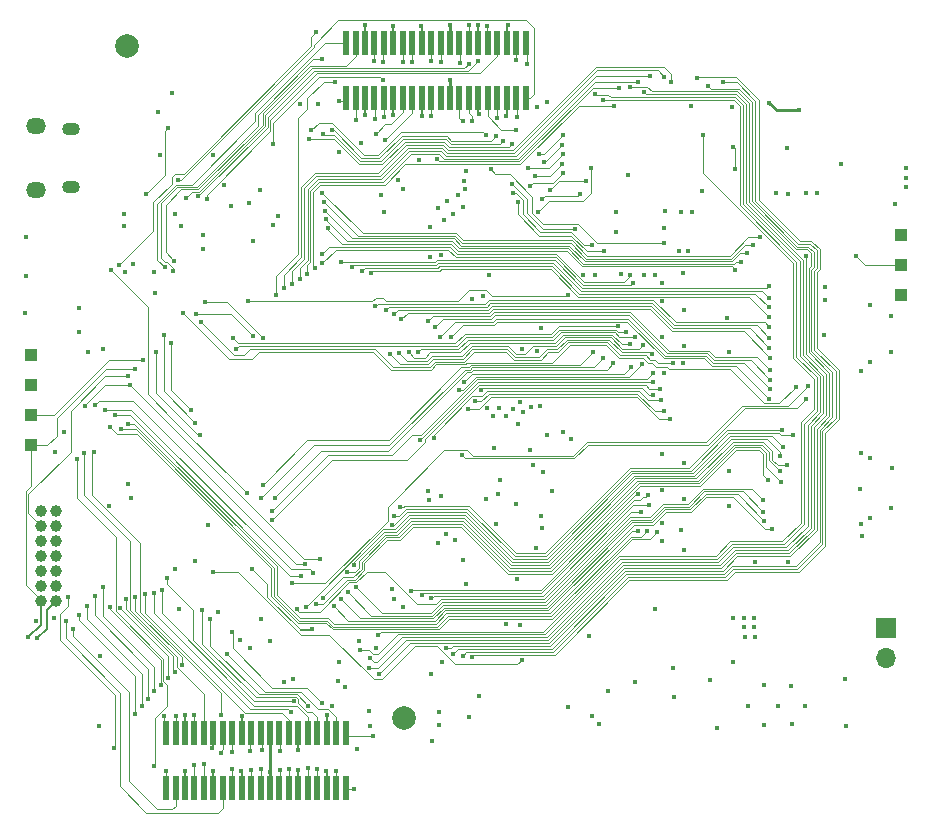
<source format=gbl>
%TF.GenerationSoftware,KiCad,Pcbnew,(5.1.6)-1*%
%TF.CreationDate,2020-09-26T10:02:19-05:00*%
%TF.ProjectId,customDisplay,63757374-6f6d-4446-9973-706c61792e6b,A0*%
%TF.SameCoordinates,Original*%
%TF.FileFunction,Copper,L4,Bot*%
%TF.FilePolarity,Positive*%
%FSLAX46Y46*%
G04 Gerber Fmt 4.6, Leading zero omitted, Abs format (unit mm)*
G04 Created by KiCad (PCBNEW (5.1.6)-1) date 2020-09-26 10:02:19*
%MOMM*%
%LPD*%
G01*
G04 APERTURE LIST*
%TA.AperFunction,ComponentPad*%
%ADD10C,2.000000*%
%TD*%
%TA.AperFunction,ComponentPad*%
%ADD11C,1.000000*%
%TD*%
%TA.AperFunction,SMDPad,CuDef*%
%ADD12R,0.500000X2.000000*%
%TD*%
%TA.AperFunction,ComponentPad*%
%ADD13O,1.500000X1.100000*%
%TD*%
%TA.AperFunction,ComponentPad*%
%ADD14O,1.700000X1.350000*%
%TD*%
%TA.AperFunction,ComponentPad*%
%ADD15R,1.700000X1.700000*%
%TD*%
%TA.AperFunction,ComponentPad*%
%ADD16O,1.700000X1.700000*%
%TD*%
%TA.AperFunction,ComponentPad*%
%ADD17R,1.000000X1.000000*%
%TD*%
%TA.AperFunction,ViaPad*%
%ADD18C,0.450000*%
%TD*%
%TA.AperFunction,Conductor*%
%ADD19C,0.203200*%
%TD*%
%TA.AperFunction,Conductor*%
%ADD20C,0.101600*%
%TD*%
%TA.AperFunction,Conductor*%
%ADD21C,0.254000*%
%TD*%
%TA.AperFunction,Conductor*%
%ADD22C,0.127000*%
%TD*%
G04 APERTURE END LIST*
D10*
%TO.P,U5,12*%
%TO.N,GND*%
X147142200Y-125984000D03*
%TD*%
D11*
%TO.P,J1,14*%
%TO.N,/VCP_TX*%
X116395500Y-116014500D03*
%TO.P,J1,13*%
%TO.N,/VCP_RX*%
X117665500Y-116014500D03*
%TO.P,J1,12*%
%TO.N,/MCU/RESET*%
X116395500Y-114744500D03*
%TO.P,J1,11*%
%TO.N,GND*%
X117665500Y-114744500D03*
%TO.P,J1,10*%
%TO.N,N/C*%
X116395500Y-113474500D03*
%TO.P,J1,9*%
X117665500Y-113474500D03*
%TO.P,J1,8*%
%TO.N,/MCU/SWO*%
X116395500Y-112204500D03*
%TO.P,J1,7*%
%TO.N,GND*%
X117665500Y-112204500D03*
%TO.P,J1,6*%
%TO.N,/MCU/SWCLK*%
X116395500Y-110934500D03*
%TO.P,J1,5*%
%TO.N,GND*%
X117665500Y-110934500D03*
%TO.P,J1,4*%
%TO.N,/MCU/SWDIO*%
X116395500Y-109664500D03*
%TO.P,J1,3*%
%TO.N,VDD*%
X117665500Y-109664500D03*
%TO.P,J1,2*%
%TO.N,N/C*%
X116395500Y-108394500D03*
%TO.P,J1,1*%
X117665500Y-108394500D03*
%TD*%
D12*
%TO.P,J3,40*%
%TO.N,/MCU/PC7*%
X127020000Y-127190000D03*
%TO.P,J3,39*%
%TO.N,/MCU/PC8*%
X127020000Y-131890000D03*
%TO.P,J3,38*%
%TO.N,/MCU/PA9*%
X127820000Y-127190000D03*
%TO.P,J3,37*%
%TO.N,/MCU/PD3*%
X127820000Y-131890000D03*
%TO.P,J3,36*%
%TO.N,GND*%
X128620000Y-127190000D03*
%TO.P,J3,35*%
X128620000Y-131890000D03*
%TO.P,J3,34*%
%TO.N,/MCU/PB7*%
X129420000Y-127190000D03*
%TO.P,J3,33*%
%TO.N,/MCU/PA15*%
X129420000Y-131890000D03*
%TO.P,J3,32*%
%TO.N,/MCU/PC10*%
X130220000Y-127190000D03*
%TO.P,J3,31*%
%TO.N,/MCU/PC11*%
X130220000Y-131890000D03*
%TO.P,J3,30*%
%TO.N,VDD*%
X131020000Y-127190000D03*
%TO.P,J3,29*%
X131020000Y-131890000D03*
%TO.P,J3,28*%
%TO.N,/MCU/PC12*%
X131820000Y-127190000D03*
%TO.P,J3,27*%
%TO.N,/MCU/PD2*%
X131820000Y-131890000D03*
%TO.P,J3,26*%
%TO.N,/MCU/PD4*%
X132620000Y-127190000D03*
%TO.P,J3,25*%
%TO.N,/MCU/PD5*%
X132620000Y-131890000D03*
%TO.P,J3,24*%
%TO.N,GND*%
X133420000Y-127190000D03*
%TO.P,J3,23*%
X133420000Y-131890000D03*
%TO.P,J3,22*%
%TO.N,/MCU/PD7*%
X134220000Y-127190000D03*
%TO.P,J3,21*%
%TO.N,/MCU/PJ12*%
X134220000Y-131890000D03*
%TO.P,J3,20*%
%TO.N,/MCU/PJ14*%
X135020000Y-127190000D03*
%TO.P,J3,19*%
%TO.N,/MCU/PJ15*%
X135020000Y-131890000D03*
%TO.P,J3,18*%
%TO.N,+5V*%
X135820000Y-127190000D03*
%TO.P,J3,17*%
X135820000Y-131890000D03*
%TO.P,J3,16*%
%TO.N,/MCU/PG9*%
X136620000Y-127190000D03*
%TO.P,J3,15*%
%TO.N,/MCU/PG10*%
X136620000Y-131890000D03*
%TO.P,J3,14*%
%TO.N,/MCU/PG11*%
X137420000Y-127190000D03*
%TO.P,J3,13*%
%TO.N,/MCU/PG12*%
X137420000Y-131890000D03*
%TO.P,J3,12*%
%TO.N,GND*%
X138220000Y-127190000D03*
%TO.P,J3,11*%
X138220000Y-131890000D03*
%TO.P,J3,10*%
%TO.N,/MCU/PG13*%
X139020000Y-127190000D03*
%TO.P,J3,9*%
%TO.N,/MCU/PG14*%
X139020000Y-131890000D03*
%TO.P,J3,8*%
%TO.N,/MCU/PB4*%
X139820000Y-127190000D03*
%TO.P,J3,7*%
%TO.N,/MCU/PB5*%
X139820000Y-131890000D03*
%TO.P,J3,6*%
%TO.N,VDD*%
X140620000Y-127190000D03*
%TO.P,J3,5*%
X140620000Y-131890000D03*
%TO.P,J3,4*%
%TO.N,/MCU/PB8*%
X141420000Y-127190000D03*
%TO.P,J3,3*%
%TO.N,/MCU/PB9*%
X141420000Y-131890000D03*
%TO.P,J3,2*%
%TO.N,/MCU/PC13*%
X142220000Y-127190000D03*
%TO.P,J3,1*%
%TO.N,/MCU/PF7*%
X142220000Y-131890000D03*
%TD*%
%TO.P,J2,1*%
%TO.N,/MCU/PJ11*%
X157460000Y-73470000D03*
%TO.P,J2,2*%
%TO.N,/MCU/PJ9*%
X157460000Y-68770000D03*
%TO.P,J2,3*%
%TO.N,/MCU/PB2*%
X156660000Y-73470000D03*
%TO.P,J2,4*%
%TO.N,/MCU/PJ8*%
X156660000Y-68770000D03*
%TO.P,J2,5*%
%TO.N,VDD*%
X155860000Y-73470000D03*
%TO.P,J2,6*%
X155860000Y-68770000D03*
%TO.P,J2,7*%
%TO.N,/MCU/PC1*%
X155060000Y-73470000D03*
%TO.P,J2,8*%
%TO.N,/MCU/PJ7*%
X155060000Y-68770000D03*
%TO.P,J2,9*%
%TO.N,/MCU/PH3*%
X154260000Y-73470000D03*
%TO.P,J2,10*%
%TO.N,/MCU/PA0*%
X154260000Y-68770000D03*
%TO.P,J2,11*%
%TO.N,GND*%
X153460000Y-73470000D03*
%TO.P,J2,12*%
X153460000Y-68770000D03*
%TO.P,J2,13*%
%TO.N,/MCU/PA4*%
X152660000Y-73470000D03*
%TO.P,J2,14*%
%TO.N,/MCU/PH5*%
X152660000Y-68770000D03*
%TO.P,J2,15*%
%TO.N,/MCU/PC4*%
X151860000Y-73470000D03*
%TO.P,J2,16*%
%TO.N,/MCU/PA7*%
X151860000Y-68770000D03*
%TO.P,J2,17*%
%TO.N,+5V*%
X151060000Y-73470000D03*
%TO.P,J2,18*%
X151060000Y-68770000D03*
%TO.P,J2,19*%
%TO.N,N/C*%
X150260000Y-73470000D03*
%TO.P,J2,20*%
%TO.N,/MCU/PC5*%
X150260000Y-68770000D03*
%TO.P,J2,21*%
%TO.N,/MCU/PJ1*%
X149460000Y-73470000D03*
%TO.P,J2,22*%
%TO.N,/MCU/PI15*%
X149460000Y-68770000D03*
%TO.P,J2,23*%
%TO.N,GND*%
X148660000Y-73470000D03*
%TO.P,J2,24*%
X148660000Y-68770000D03*
%TO.P,J2,25*%
%TO.N,/MCU/PJ5*%
X147860000Y-73470000D03*
%TO.P,J2,26*%
%TO.N,/MCU/PJ3*%
X147860000Y-68770000D03*
%TO.P,J2,27*%
%TO.N,/MCU/PH7*%
X147060000Y-73470000D03*
%TO.P,J2,28*%
%TO.N,/MCU/PH6*%
X147060000Y-68770000D03*
%TO.P,J2,29*%
%TO.N,VDD*%
X146260000Y-73470000D03*
%TO.P,J2,30*%
X146260000Y-68770000D03*
%TO.P,J2,31*%
%TO.N,/MCU/PB11*%
X145460000Y-73470000D03*
%TO.P,J2,32*%
%TO.N,/MCU/PB13*%
X145460000Y-68770000D03*
%TO.P,J2,33*%
%TO.N,/MCU/PJ2*%
X144660000Y-73470000D03*
%TO.P,J2,34*%
%TO.N,/MCU/PK3*%
X144660000Y-68770000D03*
%TO.P,J2,35*%
%TO.N,GND*%
X143860000Y-73470000D03*
%TO.P,J2,36*%
X143860000Y-68770000D03*
%TO.P,J2,37*%
%TO.N,/MCU/PG6*%
X143060000Y-73470000D03*
%TO.P,J2,38*%
%TO.N,/MCU/PG3*%
X143060000Y-68770000D03*
%TO.P,J2,39*%
%TO.N,/MCU/PC6*%
X142260000Y-73470000D03*
%TO.P,J2,40*%
%TO.N,/MCU/PG7*%
X142260000Y-68770000D03*
%TD*%
D13*
%TO.P,J6,6*%
%TO.N,GND*%
X118979000Y-76110000D03*
X118979000Y-80950000D03*
D14*
X115979000Y-75800000D03*
X115979000Y-81260000D03*
%TD*%
D15*
%TO.P,J7,1*%
%TO.N,+5V*%
X187960000Y-118364000D03*
D16*
%TO.P,J7,2*%
%TO.N,GND*%
X187960000Y-120904000D03*
%TD*%
D17*
%TO.P,TP3,1*%
%TO.N,/TOUCH1*%
X189230000Y-85090000D03*
%TD*%
%TO.P,TP4,1*%
%TO.N,/TOUCH0*%
X189230000Y-87630000D03*
%TD*%
%TO.P,TP5,1*%
%TO.N,VDD*%
X115570000Y-95250000D03*
%TD*%
%TO.P,TP6,1*%
%TO.N,GND*%
X115570000Y-97790000D03*
%TD*%
%TO.P,TP7,1*%
%TO.N,GND*%
X189230000Y-90170000D03*
%TD*%
D10*
%TO.P,TP8,1*%
%TO.N,GND*%
X123698000Y-69088000D03*
%TD*%
D17*
%TO.P,TP1,1*%
%TO.N,/VCP_RX*%
X115570000Y-100330000D03*
%TD*%
%TO.P,TP2,1*%
%TO.N,/VCP_TX*%
X115570000Y-102870000D03*
%TD*%
D18*
%TO.N,GND*%
X145465800Y-83083400D03*
X147066000Y-81127600D03*
X146634200Y-80365600D03*
X149377400Y-86944200D03*
X152908000Y-90449400D03*
X157175200Y-94691200D03*
X159258000Y-101955600D03*
X158902400Y-105130600D03*
X155321000Y-105765600D03*
X156641800Y-107848400D03*
X154940000Y-109499400D03*
X150063200Y-111099600D03*
X152171400Y-112598200D03*
X152400000Y-114579400D03*
X156692600Y-114198400D03*
X155829000Y-118008400D03*
X156997400Y-118110000D03*
X147091400Y-116586000D03*
X150342600Y-121208800D03*
X149428200Y-122224800D03*
X134112000Y-120040400D03*
X135051800Y-117525800D03*
X127762000Y-113309400D03*
X123774200Y-106172000D03*
X122224800Y-107975400D03*
X117652800Y-103428800D03*
X121666000Y-94742000D03*
X119659400Y-93243400D03*
X119608600Y-91211400D03*
X123520200Y-88214200D03*
X124256800Y-87477600D03*
X126060200Y-89941400D03*
X130124200Y-86233000D03*
X128270000Y-84328000D03*
X134010400Y-82346800D03*
X115138200Y-88519000D03*
X115163600Y-85242400D03*
X127533400Y-73025000D03*
X126492000Y-78257400D03*
X123469400Y-83286600D03*
X123494800Y-84251800D03*
X131881880Y-80805020D03*
X127756920Y-83301840D03*
X130596640Y-109641640D03*
X161063940Y-125016260D03*
X168968420Y-110964980D03*
X169029380Y-109428280D03*
X174663100Y-108010960D03*
X174701200Y-105036620D03*
X169001440Y-103586280D03*
X169200000Y-96720660D03*
X174693580Y-94990920D03*
X169037000Y-93665040D03*
X174518320Y-92047060D03*
X169042080Y-89098120D03*
X182768240Y-89491820D03*
X182829200Y-90523060D03*
X188399420Y-91889580D03*
X182745380Y-93548200D03*
X188429900Y-94932500D03*
X188455300Y-104782620D03*
X188401960Y-108130340D03*
X179552600Y-77673200D03*
X184124600Y-79070200D03*
X188696600Y-82448400D03*
X174955200Y-74218800D03*
X171450000Y-74117200D03*
X158445200Y-74193400D03*
X138328400Y-73939400D03*
X148640800Y-67335400D03*
X143840200Y-74879200D03*
X128600200Y-125730000D03*
X152654000Y-125882400D03*
X166725600Y-122910600D03*
X169900600Y-121691400D03*
X175031400Y-121183400D03*
X176276000Y-124917200D03*
X177673000Y-123190000D03*
X177622200Y-126542800D03*
X178816000Y-124891800D03*
X184531000Y-122682000D03*
X115058410Y-91694000D03*
X171577000Y-83083400D03*
X170586400Y-83108800D03*
X166166800Y-79984600D03*
X168400000Y-88442800D03*
X143154400Y-128574800D03*
X158800800Y-108839000D03*
X158826200Y-109855000D03*
X169013876Y-90674410D03*
X168992527Y-106676410D03*
X158044708Y-104568210D03*
X144829456Y-120023874D03*
X185826400Y-96545400D03*
X179672122Y-112703390D03*
X162788600Y-118999000D03*
X185877200Y-103530400D03*
X185775600Y-106527600D03*
X185826400Y-109550200D03*
X185902600Y-110540800D03*
X167471932Y-88444906D03*
X161290000Y-102336600D03*
X143560800Y-77292200D03*
X146186110Y-115043521D03*
X128651000Y-130454400D03*
X133375400Y-130454400D03*
X138226800Y-130378200D03*
X148644390Y-74980800D03*
X143865980Y-67281010D03*
X153443589Y-67281010D03*
X130962413Y-78301631D03*
X154321268Y-88442800D03*
X158724600Y-92887800D03*
X133413044Y-125803904D03*
X128097280Y-116707920D03*
X181200000Y-81508600D03*
X182100000Y-81500000D03*
X179700000Y-81559400D03*
X178700000Y-81534000D03*
X153500000Y-74800000D03*
X149400000Y-84400000D03*
X168400000Y-116700000D03*
X138200000Y-128700000D03*
X169265600Y-83058000D03*
X169214800Y-84455000D03*
X165100000Y-83083400D03*
X165125400Y-84836000D03*
X141600000Y-122800000D03*
X142160000Y-123350000D03*
%TO.N,VDD*%
X159664400Y-106705400D03*
X158343600Y-111531400D03*
X133273800Y-119380000D03*
X126034800Y-88163400D03*
X120406160Y-94975680D03*
X118391940Y-101727000D03*
X124028200Y-107320080D03*
X129456180Y-112641380D03*
X135836660Y-119425720D03*
X137789920Y-122654060D03*
X146344640Y-115907820D03*
X151447500Y-110868460D03*
X155130500Y-106992420D03*
X160616900Y-101716840D03*
X158445200Y-94894400D03*
X150329900Y-86728300D03*
X145229580Y-81694020D03*
X141698980Y-78069440D03*
X132483860Y-82598260D03*
X130180080Y-85018880D03*
X121434860Y-120670320D03*
X121363740Y-126624080D03*
X170870880Y-111714280D03*
X170842940Y-107406440D03*
X170837860Y-104345740D03*
X170850560Y-91429840D03*
X170822620Y-88298020D03*
X186596020Y-91023440D03*
X186646820Y-95808800D03*
X186598560Y-103936800D03*
X186608720Y-108976160D03*
X139852400Y-73964800D03*
X155829000Y-74955400D03*
X146227800Y-74904600D03*
X153492200Y-124104400D03*
X170002200Y-124206000D03*
X179959000Y-123266200D03*
X180009800Y-126492000D03*
X181152800Y-124942600D03*
X175006000Y-117449600D03*
X175920400Y-117449600D03*
X176809400Y-117449600D03*
X176834800Y-118262400D03*
X175971200Y-118211600D03*
X175996600Y-119075200D03*
X176860200Y-119100000D03*
X172389800Y-81305400D03*
X163322000Y-88417400D03*
X170797406Y-95881646D03*
X170832780Y-94466157D03*
X170634366Y-110050380D03*
X143357600Y-119430800D03*
X176913695Y-112703390D03*
X162354232Y-88403971D03*
X131013200Y-130403600D03*
X140589000Y-130403600D03*
X155968805Y-67281010D03*
X146253200Y-67335400D03*
X153813290Y-90261440D03*
X141058104Y-124918244D03*
X140612058Y-125709285D03*
X159300000Y-73800000D03*
X137000000Y-122900000D03*
X130900000Y-128500000D03*
%TO.N,/MCU/RESET*%
X157124400Y-121031000D03*
X130962400Y-113588800D03*
X117500000Y-117500000D03*
%TO.N,/MCU/PC7*%
X127462280Y-94173040D03*
X129153920Y-99882960D03*
X126806960Y-125770640D03*
%TO.N,/MCU/PC8*%
X126806960Y-93507560D03*
X129489200Y-101010720D03*
X126974600Y-130444240D03*
%TO.N,/MCU/PA9*%
X126141480Y-94970600D03*
X129880360Y-101960680D03*
X127848360Y-125755400D03*
%TO.N,/MCU/PA15*%
X119466360Y-104013000D03*
X126009400Y-130048000D03*
X129397760Y-129936240D03*
%TO.N,/MCU/PC10*%
X120070880Y-103535480D03*
%TO.N,/MCU/PC11*%
X120900000Y-103400000D03*
X131704080Y-125735080D03*
X130251200Y-129804160D03*
%TO.N,/MCU/PC12*%
X118700000Y-115700000D03*
X122631200Y-128508760D03*
X131699000Y-128920240D03*
%TO.N,/MCU/PD2*%
X118521480Y-117729000D03*
%TO.N,/MCU/PD4*%
X119634000Y-117195600D03*
X124383800Y-125577600D03*
X132613400Y-128803400D03*
%TO.N,/MCU/PD5*%
X120294400Y-116459000D03*
X124968000Y-124968000D03*
X132638800Y-130251200D03*
%TO.N,/MCU/PD7*%
X125526800Y-124333000D03*
X134162800Y-128701800D03*
X120980200Y-115580200D03*
%TO.N,/MCU/PJ12*%
X125984000Y-123698000D03*
X134188200Y-130352800D03*
X121640600Y-114859400D03*
%TO.N,/MCU/PJ14*%
X126568200Y-123139200D03*
X135102600Y-128676400D03*
X122250929Y-116585766D03*
%TO.N,/MCU/PJ15*%
X127177800Y-122555000D03*
X135077200Y-130251200D03*
X123155930Y-116649015D03*
%TO.N,+5V*%
X126303001Y-74662501D03*
X151079200Y-67310000D03*
X189636400Y-80949800D03*
X184581800Y-126593600D03*
X135839200Y-130479800D03*
X151079200Y-71907400D03*
X189636400Y-80200000D03*
X189636400Y-79400000D03*
%TO.N,/MCU/PG9*%
X127787400Y-122072400D03*
X136626600Y-128701800D03*
X123620310Y-115879690D03*
%TO.N,/MCU/PG10*%
X136677400Y-130327400D03*
X124392627Y-115715037D03*
X128327370Y-121462929D03*
%TO.N,/MCU/PG11*%
X125196600Y-115443000D03*
%TO.N,/MCU/PG12*%
X137591800Y-125425200D03*
X137439400Y-130302000D03*
X125984000Y-115366800D03*
%TO.N,/MCU/PG13*%
X126669800Y-115087400D03*
%TO.N,/MCU/PG14*%
X127127000Y-114100000D03*
X137845800Y-124536200D03*
X139065000Y-130149600D03*
%TO.N,/MCU/PB4*%
X130098800Y-116801200D03*
%TO.N,/MCU/PB5*%
X130708400Y-117525800D03*
X139065000Y-124917200D03*
X139827000Y-130251200D03*
%TO.N,/MCU/PB8*%
X132156200Y-120523000D03*
%TO.N,/MCU/PB9*%
X140208000Y-124637800D03*
X141427200Y-130454400D03*
X132600000Y-118700000D03*
%TO.N,/MCU/PC13*%
X144500600Y-127431800D03*
%TO.N,/MCU/PF7*%
X142925800Y-131953000D03*
%TO.N,/MCU/PC1*%
X154076400Y-107391200D03*
X155067000Y-75107800D03*
%TO.N,/MCU/PH3*%
X157835600Y-103276400D03*
X156616400Y-76149200D03*
%TO.N,/MCU/PA0*%
X154762200Y-103098600D03*
X154228800Y-67386200D03*
%TO.N,/MCU/PA4*%
X152374600Y-79600000D03*
X152908000Y-75438000D03*
X158699200Y-99500000D03*
%TO.N,/MCU/PH5*%
X156845000Y-101015800D03*
X152654000Y-67259200D03*
%TO.N,/MCU/PC4*%
X152300000Y-81200000D03*
X152120600Y-75412600D03*
X157200000Y-100000000D03*
%TO.N,/MCU/PA7*%
X157900000Y-99600000D03*
X152247600Y-80441800D03*
X151892000Y-70485000D03*
%TO.N,/MCU/PC5*%
X156972000Y-99212400D03*
X151739600Y-81686400D03*
X150266400Y-70383400D03*
%TO.N,/MCU/PJ1*%
X155244800Y-99669600D03*
X149453600Y-75006200D03*
X151293390Y-83250210D03*
%TO.N,/MCU/PI15*%
X150774400Y-82143600D03*
X149479000Y-70281800D03*
X155800000Y-100400000D03*
%TO.N,/MCU/PJ5*%
X145592800Y-77012800D03*
%TO.N,/MCU/PJ3*%
X154228800Y-99695000D03*
X147878800Y-70408800D03*
X150527352Y-83813048D03*
%TO.N,/MCU/PH7*%
X144754600Y-76479400D03*
%TO.N,/MCU/PH6*%
X147040600Y-70408800D03*
%TO.N,/MCU/PB13*%
X136042400Y-77317600D03*
X145389600Y-71932800D03*
X145415000Y-70408800D03*
%TO.N,/MCU/PG6*%
X140258800Y-70180200D03*
X143078200Y-75285600D03*
X127609600Y-88100000D03*
%TO.N,/MCU/PG3*%
X127711200Y-87249000D03*
%TO.N,/MCU/PC6*%
X123037600Y-87604600D03*
X139674600Y-67894200D03*
X141655800Y-73736200D03*
%TO.N,/MCU/PG7*%
X126896889Y-87781228D03*
%TO.N,/MCU/SWDIO*%
X123774200Y-97028000D03*
X173685200Y-126796800D03*
%TO.N,/MCU/SWCLK*%
X173050200Y-122732800D03*
%TO.N,/MCU/SWO*%
X115976400Y-117729000D03*
X164465000Y-123698000D03*
%TO.N,/MCU/SDRAM21*%
X140208000Y-86639400D03*
X166300000Y-88400000D03*
%TO.N,/MCU/SDRAM22*%
X140258800Y-87401400D03*
X166573200Y-89103200D03*
%TO.N,/MCU/SDRAM23*%
X132700000Y-93800000D03*
X165309350Y-92785975D03*
%TO.N,/MCU/SDRAM24*%
X132969000Y-94716600D03*
X165989000Y-93300000D03*
%TO.N,/MCU/SDRAM25*%
X148386800Y-94970600D03*
X166725600Y-93649800D03*
%TO.N,/MCU/SDRAM26*%
X147574000Y-94996000D03*
X166300000Y-94300000D03*
%TO.N,/MCU/SDRAM27*%
X146761200Y-95046800D03*
X167400000Y-94400000D03*
%TO.N,/MCU/SDRAM28*%
X145948400Y-95097600D03*
X168198800Y-95097600D03*
%TO.N,/MCU/SDRAM16*%
X169900000Y-95900000D03*
X129997200Y-92456000D03*
%TO.N,/MCU/SDRAM53*%
X168275000Y-96774000D03*
X135978210Y-108407460D03*
%TO.N,/MCU/SDRAM20*%
X168275000Y-97514190D03*
X148539200Y-102387400D03*
%TO.N,/MCU/SDRAM18*%
X168859200Y-98069400D03*
X136017000Y-109169200D03*
%TO.N,/MCU/SDRAM19*%
X168224200Y-98602800D03*
X153695400Y-98196400D03*
%TO.N,/MCU/SDRAM1*%
X168884600Y-99060000D03*
X149682200Y-102260400D03*
%TO.N,/MCU/SDRAM15*%
X167300000Y-96000000D03*
X151841200Y-98145600D03*
%TO.N,/MCU/SDRAM2*%
X169214800Y-99974400D03*
X153187400Y-99136200D03*
X130352800Y-90754200D03*
X135225942Y-93774058D03*
%TO.N,/MCU/SDRAM3*%
X169672000Y-100609400D03*
X152552400Y-99745800D03*
X129590800Y-91719400D03*
X134387810Y-93609014D03*
%TO.N,/MCU/SDRAM14*%
X166400000Y-96200000D03*
X152247600Y-97510600D03*
%TO.N,/MCU/SDRAM4*%
X167000000Y-107000000D03*
X147777200Y-115163600D03*
%TO.N,/MCU/SDRAM5*%
X167800000Y-107100000D03*
X148666200Y-115519200D03*
%TO.N,/MCU/SDRAM6*%
X167868600Y-107924600D03*
X149453600Y-115824000D03*
%TO.N,/MCU/SDRAM55*%
X167259000Y-108508800D03*
X138074400Y-116713000D03*
%TO.N,/MCU/SDRAM37*%
X175200000Y-88000000D03*
X140700000Y-84500000D03*
%TO.N,/MCU/SDRAM38*%
X175700000Y-87300000D03*
X140563600Y-83718400D03*
%TO.N,/MCU/SDRAM39*%
X176200000Y-86600000D03*
X140436600Y-82981800D03*
%TO.N,/MCU/SDRAM40*%
X176700000Y-85900000D03*
X140385800Y-82219800D03*
%TO.N,/MCU/SDRAM41*%
X177266600Y-85242400D03*
X140233400Y-81457800D03*
%TO.N,/MCU/SDRAM42*%
X166979600Y-110109000D03*
X123799600Y-101015800D03*
%TO.N,/MCU/SDRAM43*%
X167767000Y-110083600D03*
X123215400Y-101498400D03*
%TO.N,/MCU/SDRAM44*%
X168605200Y-110185200D03*
X122300000Y-101346000D03*
%TO.N,/MCU/SDRAM45*%
X178300000Y-109956600D03*
X138400000Y-113900000D03*
X122682000Y-100330000D03*
X141200000Y-116500000D03*
%TO.N,/MCU/SDRAM46*%
X177673000Y-109245400D03*
X121818400Y-99847400D03*
X139500000Y-113700000D03*
X141800000Y-115900000D03*
%TO.N,/MCU/SDRAM47*%
X177571400Y-108483400D03*
X138800000Y-112900000D03*
X120980200Y-99466400D03*
X142400000Y-115300000D03*
%TO.N,/MCU/SDRAM48*%
X177520600Y-107467400D03*
X143078200Y-114833400D03*
X124002800Y-97790000D03*
X120192800Y-99491800D03*
X140023716Y-112522590D03*
%TO.N,/MCU/SDRAM49*%
X139700000Y-116300000D03*
X178000000Y-105800000D03*
%TO.N,/MCU/SDRAM50*%
X179070000Y-105943400D03*
X140284200Y-115747800D03*
%TO.N,/MCU/SDRAM51*%
X178968400Y-105029000D03*
X142367000Y-113563400D03*
%TO.N,/MCU/SDRAM52*%
X179552600Y-104546400D03*
X142900400Y-113030000D03*
%TO.N,/MCU/SDRAM56*%
X178968400Y-103733600D03*
X138823100Y-116523100D03*
%TO.N,/MCU/SDRAM7*%
X179247800Y-103022400D03*
X146177000Y-109575600D03*
%TO.N,/MCU/SDRAM8*%
X180100000Y-102000000D03*
X146354800Y-108813600D03*
%TO.N,/MCU/SDRAM9*%
X146786600Y-108077000D03*
X179201674Y-101569226D03*
%TO.N,/MCU/SDRAM10*%
X151130000Y-93649800D03*
X178024262Y-98936579D03*
%TO.N,/MCU/SDRAM11*%
X178181000Y-98120200D03*
X150215600Y-93700600D03*
%TO.N,/MCU/SDRAM12*%
X149809200Y-92837000D03*
X178186800Y-97313200D03*
%TO.N,/MCU/SDRAM13*%
X178155600Y-96494600D03*
X149225000Y-92329000D03*
%TO.N,/MCU/SDRAM0*%
X181229000Y-98958400D03*
X152069800Y-103682800D03*
%TO.N,/MCU/SDRAM17*%
X180314600Y-97917000D03*
X128473200Y-91668600D03*
%TO.N,/MCU/SDRAM54*%
X181381400Y-97840800D03*
X137693400Y-114554000D03*
%TO.N,/MCU/SDRAM29*%
X178130200Y-95427800D03*
X146939000Y-92202000D03*
%TO.N,/MCU/SDRAM30*%
X178104800Y-94589600D03*
X146304000Y-91719400D03*
%TO.N,/MCU/SDRAM31*%
X178054000Y-93751400D03*
X145643600Y-91363800D03*
%TO.N,/MCU/SDRAM32*%
X178079400Y-92811600D03*
X144700000Y-91100000D03*
%TO.N,/MCU/SDRAM33*%
X178054000Y-91973400D03*
X144373600Y-88265000D03*
%TO.N,/MCU/SDRAM34*%
X178054000Y-91186000D03*
X143611600Y-88061800D03*
%TO.N,/MCU/SDRAM35*%
X178054000Y-90347800D03*
X142722600Y-87782400D03*
%TO.N,/MCU/SDRAM36*%
X178028600Y-89382600D03*
X141859000Y-87350600D03*
%TO.N,/LCD/LED_A*%
X178104800Y-73863200D03*
X180568600Y-74472800D03*
%TO.N,/LCD/DISPLAY3*%
X158600000Y-78200000D03*
X160655300Y-76555300D03*
%TO.N,/LCD/DISPLAY4*%
X160553400Y-77393800D03*
X159029400Y-78867000D03*
%TO.N,/LCD/DISPLAY5*%
X160604200Y-78181200D03*
X157700000Y-79375000D03*
%TO.N,/LCD/DISPLAY6*%
X160578800Y-79044800D03*
X158216600Y-80086200D03*
%TO.N,/LCD/DISPLAY7*%
X160629600Y-79832200D03*
X157800000Y-80900000D03*
%TO.N,/LCD/DISPLAY8*%
X144300000Y-120900000D03*
X163347400Y-73152000D03*
%TO.N,/LCD/DISPLAY9*%
X143400000Y-120200000D03*
X164007800Y-73609200D03*
%TO.N,/LCD/DISPLAY10*%
X158546800Y-83108800D03*
X162991800Y-79349600D03*
%TO.N,/LCD/DISPLAY11*%
X164947600Y-74142600D03*
X139600000Y-87833200D03*
%TO.N,/LCD/DISPLAY12*%
X165404800Y-72567800D03*
X149914390Y-78587119D03*
%TO.N,/LCD/DISPLAY13*%
X159537400Y-81229200D03*
X162560000Y-80492600D03*
%TO.N,/LCD/DISPLAY14*%
X150723600Y-120015000D03*
X166300000Y-72542400D03*
%TO.N,/LCD/DISPLAY15*%
X138938000Y-88315800D03*
X167005000Y-72059800D03*
%TO.N,/LCD/DISPLAY16*%
X144200000Y-121700000D03*
X167487600Y-72948800D03*
%TO.N,/LCD/DISPLAY17*%
X133934200Y-90627200D03*
X161061400Y-90144600D03*
%TO.N,/LCD/DISPLAY18*%
X138328400Y-88747600D03*
X168000000Y-71600000D03*
%TO.N,/LCD/DISPLAY19*%
X137718800Y-89204800D03*
X169164000Y-71653400D03*
%TO.N,/LCD/DISPLAY20*%
X137007600Y-89560400D03*
X169773600Y-72110600D03*
%TO.N,/LCD/DISPLAY21*%
X158877000Y-81965800D03*
X162102800Y-81559400D03*
%TO.N,/LCD/DISPLAY22*%
X135200000Y-106200000D03*
X163195000Y-94919800D03*
%TO.N,/LCD/DISPLAY23*%
X135077200Y-107340400D03*
X164000000Y-95500000D03*
%TO.N,/LCD/DISPLAY26*%
X152882600Y-120802400D03*
X172008800Y-71729600D03*
%TO.N,/LCD/DISPLAY29*%
X172466000Y-76581000D03*
X144994745Y-118912366D03*
%TO.N,/LCD/DISPLAY24*%
X151307800Y-120523000D03*
X172923200Y-72466200D03*
%TO.N,/LCD/DISPLAY25*%
X152120600Y-120675400D03*
X174200000Y-72100000D03*
%TO.N,/LCD/DISPLAY27*%
X136200000Y-107300000D03*
X164900000Y-95900000D03*
%TO.N,/LCD/XR*%
X175183800Y-79476600D03*
X175056800Y-77571600D03*
%TO.N,/LCD/TOUCH3*%
X169214800Y-85699600D03*
X139319000Y-76200000D03*
X134340600Y-85547200D03*
X154500000Y-79500000D03*
X154092690Y-76555600D03*
%TO.N,/LCD/TOUCH2*%
X139090400Y-76936600D03*
X156300000Y-77368400D03*
X164109400Y-86410800D03*
X165506400Y-88315800D03*
X134975600Y-81229200D03*
X156800000Y-82300000D03*
%TO.N,/LCD/DISPLAY28*%
X181203600Y-86842600D03*
X145012190Y-122244739D03*
%TO.N,/Flash/QUADSPI4*%
X134289800Y-113309400D03*
X139400000Y-118400000D03*
%TO.N,/Flash/QUADSPI1*%
X149199600Y-106730800D03*
X144195800Y-125349000D03*
%TO.N,/Flash/QUADSPI2*%
X141700000Y-121200000D03*
X144246600Y-126619000D03*
%TO.N,/Flash/QUADSPI0*%
X149250400Y-107492800D03*
X149555200Y-127863600D03*
%TO.N,/Flash/QUADSPI5*%
X150291800Y-107111800D03*
X150164800Y-126568200D03*
%TO.N,/Flash/QUADSPI3*%
X150698200Y-110388400D03*
X150088600Y-125399800D03*
%TO.N,/USB/ID*%
X125354080Y-81615280D03*
X127167640Y-76004420D03*
%TO.N,/MCU/PB2*%
X156692600Y-75057000D03*
X152182390Y-82716810D03*
X156413200Y-99800000D03*
%TO.N,/MCU/PD3*%
X119126000Y-118400000D03*
%TO.N,/MCU/PB7*%
X131424680Y-117007640D03*
X129407920Y-125714760D03*
%TO.N,/MCU/PB11*%
X148463000Y-78663800D03*
X145465800Y-75082400D03*
%TO.N,/MCU/PJ11*%
X128066800Y-80419979D03*
%TO.N,/MCU/PJ9*%
X152628600Y-70561200D03*
X157556200Y-70612000D03*
X128700000Y-81900000D03*
%TO.N,/MCU/PJ8*%
X129743200Y-81788000D03*
X153441400Y-70307200D03*
X156667200Y-70234590D03*
%TO.N,/MCU/PJ7*%
X130454400Y-82016600D03*
%TO.N,/MCU/PJ2*%
X144678400Y-75209400D03*
X150028501Y-82762499D03*
X154700000Y-100400000D03*
%TO.N,/MCU/PK3*%
X136296400Y-90093800D03*
X141351000Y-72059800D03*
X144653000Y-70358000D03*
%TO.N,/MCU/LED2*%
X133832600Y-106908600D03*
X122377200Y-88036400D03*
%TO.N,/TOUCH0*%
X161671000Y-84505800D03*
X170434000Y-86385400D03*
X185394600Y-86842600D03*
X136499600Y-83464400D03*
X141100000Y-76200000D03*
X156315510Y-80700000D03*
X154923710Y-76682600D03*
%TO.N,/TOUCH1*%
X163042600Y-85877400D03*
X155549600Y-77089000D03*
X140309600Y-76530200D03*
X171221400Y-86385400D03*
X136042400Y-84200000D03*
X156383130Y-81516870D03*
%TO.N,/VCP_TX*%
X124409200Y-96393000D03*
X163652200Y-126466600D03*
X115338721Y-119100600D03*
%TO.N,/VCP_RX*%
X125044200Y-95656400D03*
X163093400Y-125780800D03*
X116100000Y-119200000D03*
%TD*%
D19*
%TO.N,GND*%
X148660000Y-68770000D02*
X148660000Y-67354600D01*
X148660000Y-67354600D02*
X148640800Y-67335400D01*
X143860000Y-73470000D02*
X143860000Y-74859400D01*
X143860000Y-74859400D02*
X143840200Y-74879200D01*
X128620000Y-127190000D02*
X128620000Y-125749800D01*
X128620000Y-125749800D02*
X128600200Y-125730000D01*
X128620000Y-131890000D02*
X128620000Y-130485400D01*
X128620000Y-130485400D02*
X128651000Y-130454400D01*
X133420000Y-131890000D02*
X133420000Y-130499000D01*
X133420000Y-130499000D02*
X133375400Y-130454400D01*
X138220000Y-131890000D02*
X138220000Y-130385000D01*
X138220000Y-130385000D02*
X138226800Y-130378200D01*
X148660000Y-73470000D02*
X148660000Y-74965190D01*
X148660000Y-74965190D02*
X148644390Y-74980800D01*
X143860000Y-67286990D02*
X143865980Y-67281010D01*
X153460000Y-68770000D02*
X153460000Y-67297421D01*
X143860000Y-68770000D02*
X143860000Y-67286990D01*
X153460000Y-67297421D02*
X153443589Y-67281010D01*
X133420000Y-127190000D02*
X133420000Y-125810860D01*
X133420000Y-125810860D02*
X133413044Y-125803904D01*
X153460000Y-73470000D02*
X153460000Y-74760000D01*
X153460000Y-74760000D02*
X153500000Y-74800000D01*
X138220000Y-127190000D02*
X138220000Y-128080000D01*
X138220000Y-128080000D02*
X138200000Y-128100000D01*
X138200000Y-128100000D02*
X138200000Y-128700000D01*
%TO.N,VDD*%
X155860000Y-73470000D02*
X155860000Y-74924400D01*
X155860000Y-74924400D02*
X155829000Y-74955400D01*
X146260000Y-73470000D02*
X146260000Y-74872400D01*
X146260000Y-74872400D02*
X146227800Y-74904600D01*
X131020000Y-131890000D02*
X131020000Y-130410400D01*
X131020000Y-130410400D02*
X131013200Y-130403600D01*
X140620000Y-131890000D02*
X140620000Y-130434600D01*
X140620000Y-130434600D02*
X140589000Y-130403600D01*
X155860000Y-68770000D02*
X155860000Y-67389815D01*
X155860000Y-67389815D02*
X155968805Y-67281010D01*
X146260000Y-68770000D02*
X146260000Y-67342200D01*
X146260000Y-67342200D02*
X146253200Y-67335400D01*
X140620000Y-125717227D02*
X140612058Y-125709285D01*
X140620000Y-127190000D02*
X140620000Y-125717227D01*
X131020000Y-127190000D02*
X131020000Y-128380000D01*
X131020000Y-128380000D02*
X130900000Y-128500000D01*
D20*
%TO.N,/MCU/RESET*%
X148082000Y-119888000D02*
X145288000Y-122682000D01*
X133113418Y-113588800D02*
X131280598Y-113588800D01*
X131280598Y-113588800D02*
X130962400Y-113588800D01*
X140817609Y-118897409D02*
X138430009Y-118897409D01*
X157124400Y-121031000D02*
X156768800Y-121386600D01*
X136855209Y-117322609D02*
X136821827Y-117322609D01*
X144602200Y-122682000D02*
X140817609Y-118897409D01*
X135381989Y-115857371D02*
X133113418Y-113588800D01*
X151485600Y-121386600D02*
X149987000Y-119888000D01*
X136821827Y-117322609D02*
X135381989Y-115882772D01*
X138430009Y-118897409D02*
X136855209Y-117322609D01*
X135381989Y-115882772D02*
X135381989Y-115857371D01*
X156768800Y-121386600D02*
X151485600Y-121386600D01*
X145288000Y-122682000D02*
X144602200Y-122682000D01*
X149987000Y-119888000D02*
X148082000Y-119888000D01*
%TO.N,/MCU/PC7*%
X127462280Y-94173040D02*
X127462280Y-98191320D01*
X127462280Y-98191320D02*
X129153920Y-99882960D01*
X126806960Y-126976960D02*
X127020000Y-127190000D01*
X126806960Y-125770640D02*
X126806960Y-126976960D01*
%TO.N,/MCU/PC8*%
X126806960Y-93507560D02*
X126806960Y-98257360D01*
X126806960Y-98257360D02*
X129489200Y-100939600D01*
X129489200Y-100939600D02*
X129489200Y-101010720D01*
X126974600Y-131844600D02*
X127020000Y-131890000D01*
X126974600Y-130444240D02*
X126974600Y-131844600D01*
%TO.N,/MCU/PA9*%
X126141480Y-94970600D02*
X126141480Y-98394520D01*
X126141480Y-98394520D02*
X129707640Y-101960680D01*
X129707640Y-101960680D02*
X129880360Y-101960680D01*
X127848360Y-127161640D02*
X127820000Y-127190000D01*
X127848360Y-125755400D02*
X127848360Y-127161640D01*
%TO.N,/MCU/PA15*%
X119466360Y-104013000D02*
X119466360Y-107345480D01*
X119466360Y-107345480D02*
X122778520Y-110657640D01*
X122778520Y-110657640D02*
X122778520Y-116931440D01*
X122778520Y-116931440D02*
X126796800Y-120949720D01*
X126796800Y-120949720D02*
X126796800Y-122829320D01*
X126796800Y-122829320D02*
X127081280Y-123113800D01*
X127081280Y-123113800D02*
X127081280Y-124922280D01*
X127081280Y-124922280D02*
X126055120Y-125948440D01*
X126055120Y-125948440D02*
X126055120Y-130002280D01*
X126055120Y-130002280D02*
X126009400Y-130048000D01*
X129397760Y-131867760D02*
X129420000Y-131890000D01*
X129397760Y-129936240D02*
X129397760Y-131867760D01*
%TO.N,/MCU/PC10*%
X120070880Y-103535480D02*
X120070880Y-107076240D01*
X120070880Y-107076240D02*
X123997720Y-111003080D01*
X123997720Y-111003080D02*
X123997720Y-116845080D01*
X123997720Y-116845080D02*
X127949960Y-120797320D01*
X127949960Y-120797320D02*
X127949960Y-121655840D01*
X130220000Y-123925880D02*
X130220000Y-127190000D01*
X127949960Y-121655840D02*
X130220000Y-123925880D01*
%TO.N,/MCU/PC11*%
X130251200Y-131858800D02*
X130220000Y-131890000D01*
X130251200Y-129804160D02*
X130251200Y-131858800D01*
X120710960Y-103589040D02*
X120900000Y-103400000D01*
X131704080Y-125735080D02*
X131704080Y-123870720D01*
X131704080Y-123870720D02*
X124780060Y-116946700D01*
X120710960Y-107040680D02*
X120710960Y-103589040D01*
X124780060Y-116946700D02*
X124780060Y-111109780D01*
X124780060Y-111109780D02*
X120710960Y-107040680D01*
%TO.N,/MCU/PC12*%
X118043960Y-117154960D02*
X118043960Y-118404640D01*
X118043960Y-118404640D02*
X118049040Y-118409720D01*
X118049040Y-118409720D02*
X118049040Y-119364760D01*
X118049040Y-119364760D02*
X122697240Y-124012960D01*
X122697240Y-124012960D02*
X122697240Y-128442720D01*
X122697240Y-128442720D02*
X122631200Y-128508760D01*
X131699000Y-128920240D02*
X131699000Y-128722120D01*
X131820000Y-128601120D02*
X131820000Y-127190000D01*
X131699000Y-128722120D02*
X131820000Y-128601120D01*
X118700000Y-116498920D02*
X118700000Y-115700000D01*
X118043960Y-117154960D02*
X118700000Y-116498920D01*
%TO.N,/MCU/PD2*%
X118521480Y-117729000D02*
X118521480Y-119202200D01*
X118521480Y-119202200D02*
X123144280Y-123825000D01*
X123144280Y-123825000D02*
X123144280Y-131739640D01*
X123144280Y-131739640D02*
X125359160Y-133954520D01*
X125359160Y-133954520D02*
X131404360Y-133954520D01*
X131820000Y-133538880D02*
X131820000Y-131890000D01*
X131404360Y-133954520D02*
X131820000Y-133538880D01*
%TO.N,/MCU/PD4*%
X119634000Y-117195600D02*
X119634000Y-117627400D01*
X119634000Y-117627400D02*
X124383800Y-122377200D01*
X124383800Y-122377200D02*
X124383800Y-125577600D01*
X132613400Y-127196600D02*
X132620000Y-127190000D01*
X132613400Y-128803400D02*
X132613400Y-127196600D01*
%TO.N,/MCU/PD5*%
X120294400Y-116459000D02*
X120294400Y-117525800D01*
X120294400Y-117525800D02*
X124968000Y-122199400D01*
X124968000Y-122199400D02*
X124968000Y-124968000D01*
X132638800Y-131871200D02*
X132620000Y-131890000D01*
X132638800Y-130251200D02*
X132638800Y-131871200D01*
%TO.N,/MCU/PD7*%
X134162800Y-127247200D02*
X134220000Y-127190000D01*
X134162800Y-128701800D02*
X134162800Y-127247200D01*
X125526800Y-121793000D02*
X125526800Y-124333000D01*
X120980200Y-117246400D02*
X125526800Y-121793000D01*
X120980200Y-115580200D02*
X120980200Y-117246400D01*
%TO.N,/MCU/PJ12*%
X134188200Y-131858200D02*
X134220000Y-131890000D01*
X134188200Y-130352800D02*
X134188200Y-131858200D01*
X121640600Y-114859400D02*
X121640600Y-117271800D01*
X121640600Y-117271800D02*
X125984000Y-121615200D01*
X125984000Y-121615200D02*
X125984000Y-123698000D01*
%TO.N,/MCU/PJ14*%
X135102600Y-127272600D02*
X135020000Y-127190000D01*
X135102600Y-128676400D02*
X135102600Y-127272600D01*
X126568200Y-123139200D02*
X126568200Y-121008502D01*
X126568200Y-121008502D02*
X122250929Y-116691231D01*
X122250929Y-116691231D02*
X122250929Y-116585766D01*
%TO.N,/MCU/PJ15*%
X135077200Y-131832800D02*
X135020000Y-131890000D01*
X135077200Y-130251200D02*
X135077200Y-131832800D01*
X127177800Y-122555000D02*
X127177800Y-120670885D01*
X127177800Y-120670885D02*
X123155930Y-116649015D01*
D21*
%TO.N,+5V*%
X151079200Y-68750800D02*
X151060000Y-68770000D01*
X151079200Y-67310000D02*
X151079200Y-68750800D01*
X135839200Y-131870800D02*
X135820000Y-131890000D01*
X135839200Y-130479800D02*
X135839200Y-131870800D01*
X135839200Y-127209200D02*
X135820000Y-127190000D01*
X135839200Y-130479800D02*
X135839200Y-127209200D01*
X151079200Y-73450800D02*
X151060000Y-73470000D01*
X151079200Y-71907400D02*
X151079200Y-73450800D01*
D20*
%TO.N,/MCU/PG9*%
X136626600Y-127196600D02*
X136620000Y-127190000D01*
X136626600Y-128701800D02*
X136626600Y-127196600D01*
X127562401Y-121847401D02*
X127787400Y-122072400D01*
X127562401Y-120697143D02*
X127562401Y-121847401D01*
X123620310Y-116755052D02*
X127562401Y-120697143D01*
X123620310Y-115879690D02*
X123620310Y-116755052D01*
%TO.N,/MCU/PG10*%
X136677400Y-131832600D02*
X136620000Y-131890000D01*
X136677400Y-130327400D02*
X136677400Y-131832600D01*
X124392627Y-115715037D02*
X124392627Y-116848827D01*
X124392627Y-116848827D02*
X128327370Y-120783570D01*
X128327370Y-120783570D02*
X128327370Y-121462929D01*
%TO.N,/MCU/PG11*%
X125196600Y-115443000D02*
X125196600Y-117017800D01*
X137420000Y-126088400D02*
X137420000Y-127190000D01*
X136858400Y-125526800D02*
X137420000Y-126088400D01*
X133705600Y-125526800D02*
X136858400Y-125526800D01*
X125196600Y-117017800D02*
X133705600Y-125526800D01*
%TO.N,/MCU/PG12*%
X137439400Y-131870600D02*
X137420000Y-131890000D01*
X137439400Y-130302000D02*
X137439400Y-131870600D01*
X125984000Y-115366800D02*
X125984000Y-117017800D01*
X125984000Y-117017800D02*
X134162800Y-125196600D01*
X134162800Y-125196600D02*
X137363200Y-125196600D01*
X137363200Y-125196600D02*
X137591800Y-125425200D01*
%TO.N,/MCU/PG13*%
X134489402Y-124913602D02*
X138096202Y-124913602D01*
X126669800Y-115087400D02*
X126669800Y-117094000D01*
X139020000Y-125837400D02*
X139020000Y-127190000D01*
X126669800Y-117094000D02*
X134489402Y-124913602D01*
X138096202Y-124913602D02*
X139020000Y-125837400D01*
%TO.N,/MCU/PG14*%
X139065000Y-131845000D02*
X139020000Y-131890000D01*
X139065000Y-130149600D02*
X139065000Y-131845000D01*
X127127000Y-114604800D02*
X127127000Y-114100000D01*
X129311400Y-116789200D02*
X127127000Y-114604800D01*
X129311400Y-119354600D02*
X129311400Y-116789200D01*
X137845800Y-124536200D02*
X134493000Y-124536200D01*
X134493000Y-124536200D02*
X129311400Y-119354600D01*
%TO.N,/MCU/PB4*%
X139820000Y-126350018D02*
X139820000Y-127190000D01*
X139820000Y-125864000D02*
X139820000Y-127190000D01*
X138026954Y-124158798D02*
X138223202Y-124355046D01*
X130098800Y-116801200D02*
X130098800Y-119659400D01*
X130098800Y-119659400D02*
X134598198Y-124158798D01*
X138223202Y-124355046D02*
X138223202Y-124710402D01*
X134598198Y-124158798D02*
X138026954Y-124158798D01*
X138223202Y-124710402D02*
X138963400Y-125450600D01*
X139406600Y-125450600D02*
X139820000Y-125864000D01*
X138963400Y-125450600D02*
X139406600Y-125450600D01*
%TO.N,/MCU/PB5*%
X139827000Y-131883000D02*
X139820000Y-131890000D01*
X139827000Y-130251200D02*
X139827000Y-131883000D01*
X130708400Y-117525800D02*
X130708400Y-119811800D01*
X139065000Y-124909461D02*
X139065000Y-124917200D01*
X138111126Y-123955587D02*
X139065000Y-124909461D01*
X130708400Y-119811800D02*
X134852187Y-123955587D01*
X134852187Y-123955587D02*
X138111126Y-123955587D01*
%TO.N,/MCU/PB8*%
X132156200Y-120523000D02*
X135382000Y-123748800D01*
X138455400Y-123748800D02*
X139852400Y-125145800D01*
X139852400Y-125145800D02*
X140716000Y-125145800D01*
X135382000Y-123748800D02*
X138455400Y-123748800D01*
X141420000Y-125849800D02*
X141420000Y-127190000D01*
X140716000Y-125145800D02*
X141420000Y-125849800D01*
%TO.N,/MCU/PB9*%
X141427200Y-131882800D02*
X141420000Y-131890000D01*
X141427200Y-130454400D02*
X141427200Y-131882800D01*
X132689600Y-118789600D02*
X132600000Y-118700000D01*
X132689600Y-120040400D02*
X132689600Y-118789600D01*
X140208000Y-124637800D02*
X138938000Y-123367800D01*
X136017000Y-123367800D02*
X132689600Y-120040400D01*
X138938000Y-123367800D02*
X136017000Y-123367800D01*
%TO.N,/MCU/PC13*%
X142461800Y-127431800D02*
X142220000Y-127190000D01*
X144500600Y-127431800D02*
X142461800Y-127431800D01*
%TO.N,/MCU/PF7*%
X142283000Y-131953000D02*
X142220000Y-131890000D01*
X142925800Y-131953000D02*
X142283000Y-131953000D01*
%TO.N,/MCU/PC1*%
X155067000Y-73477000D02*
X155060000Y-73470000D01*
X155067000Y-75107800D02*
X155067000Y-73477000D01*
%TO.N,/MCU/PH3*%
X156616400Y-76149200D02*
X155397200Y-76149200D01*
X154260000Y-75012000D02*
X154260000Y-73470000D01*
X155397200Y-76149200D02*
X154260000Y-75012000D01*
%TO.N,/MCU/PA0*%
X154228800Y-68738800D02*
X154260000Y-68770000D01*
X154228800Y-67386200D02*
X154228800Y-68738800D01*
%TO.N,/MCU/PA4*%
X152908000Y-75438000D02*
X152908000Y-75006200D01*
X152660000Y-74758200D02*
X152660000Y-73470000D01*
X152908000Y-75006200D02*
X152660000Y-74758200D01*
%TO.N,/MCU/PH5*%
X152654000Y-68764000D02*
X152660000Y-68770000D01*
X152654000Y-67259200D02*
X152654000Y-68764000D01*
%TO.N,/MCU/PC4*%
X151860000Y-75152000D02*
X151860000Y-73470000D01*
X152120600Y-75412600D02*
X151860000Y-75152000D01*
%TO.N,/MCU/PA7*%
X151892000Y-68802000D02*
X151860000Y-68770000D01*
X151892000Y-70485000D02*
X151892000Y-68802000D01*
%TO.N,/MCU/PC5*%
X150266400Y-68776400D02*
X150260000Y-68770000D01*
X150266400Y-70383400D02*
X150266400Y-68776400D01*
%TO.N,/MCU/PJ1*%
X149453600Y-73476400D02*
X149460000Y-73470000D01*
X149453600Y-75006200D02*
X149453600Y-73476400D01*
%TO.N,/MCU/PI15*%
X149479000Y-68789000D02*
X149460000Y-68770000D01*
X149479000Y-70281800D02*
X149479000Y-68789000D01*
%TO.N,/MCU/PJ5*%
X147860000Y-74745600D02*
X147860000Y-73470000D01*
X145592800Y-77012800D02*
X147860000Y-74745600D01*
%TO.N,/MCU/PJ3*%
X147878800Y-68788800D02*
X147860000Y-68770000D01*
X147878800Y-70408800D02*
X147878800Y-68788800D01*
%TO.N,/MCU/PH7*%
X144754600Y-76479400D02*
X145592800Y-75641200D01*
X145592800Y-75641200D02*
X146100800Y-75641200D01*
X147060000Y-74682000D02*
X147060000Y-73470000D01*
X146100800Y-75641200D02*
X147060000Y-74682000D01*
%TO.N,/MCU/PH6*%
X147040600Y-68789400D02*
X147060000Y-68770000D01*
X147040600Y-70408800D02*
X147040600Y-68789400D01*
%TO.N,/MCU/PB13*%
X141036744Y-71678822D02*
X141036766Y-71678800D01*
X136042400Y-77317600D02*
X136042400Y-75565000D01*
X136042400Y-75565000D02*
X139928578Y-71678822D01*
X139928578Y-71678822D02*
X141036744Y-71678822D01*
X141036766Y-71678800D02*
X144932400Y-71678800D01*
X144932400Y-71678800D02*
X145135600Y-71678800D01*
X145135600Y-71678800D02*
X145389600Y-71932800D01*
X145415000Y-68815000D02*
X145460000Y-68770000D01*
X145415000Y-70408800D02*
X145415000Y-68815000D01*
%TO.N,/MCU/PG6*%
X143078200Y-73488200D02*
X143060000Y-73470000D01*
X143078200Y-75285600D02*
X143078200Y-73488200D01*
X127609600Y-87809600D02*
X127609600Y-88100000D01*
X127100000Y-87300000D02*
X127609600Y-87809600D01*
X129620011Y-80996789D02*
X128215828Y-80996789D01*
X134772400Y-75844400D02*
X129620011Y-80996789D01*
X127939800Y-81000600D02*
X126593600Y-82346800D01*
X134772400Y-74879200D02*
X134772400Y-75844400D01*
X140258800Y-70180200D02*
X139471400Y-70180200D01*
X139471400Y-70180200D02*
X134772400Y-74879200D01*
X128215828Y-80996789D02*
X128212017Y-81000600D01*
X128212017Y-81000600D02*
X127939800Y-81000600D01*
X126593600Y-86993600D02*
X126900000Y-87300000D01*
X126593600Y-82346800D02*
X126593600Y-86993600D01*
X126900000Y-87300000D02*
X127100000Y-87300000D01*
%TO.N,/MCU/PG3*%
X143060000Y-69871600D02*
X143060000Y-68770000D01*
X142218000Y-70713600D02*
X143060000Y-69871600D01*
X135204209Y-74734773D02*
X139225382Y-70713600D01*
X139225382Y-70713600D02*
X142218000Y-70713600D01*
X135204209Y-75699974D02*
X135204209Y-74734773D01*
X126974609Y-86512409D02*
X126974609Y-82525391D01*
X127711200Y-87249000D02*
X126974609Y-86512409D01*
X126974609Y-82525391D02*
X128300000Y-81200000D01*
X128300000Y-81200000D02*
X129704183Y-81200000D01*
X129704183Y-81200000D02*
X135204209Y-75699974D01*
%TO.N,/MCU/PC6*%
X123037600Y-87604600D02*
X125933200Y-84709000D01*
X125933200Y-84709000D02*
X125933200Y-82296000D01*
X125933200Y-82296000D02*
X127508000Y-80721200D01*
X127508000Y-80721200D02*
X127508000Y-80137000D01*
X127508000Y-80137000D02*
X127736600Y-79908400D01*
X127736600Y-79908400D02*
X128498600Y-79908400D01*
X128498600Y-79908400D02*
X139319000Y-69088000D01*
X139319000Y-69088000D02*
X139319000Y-68249800D01*
X139319000Y-68249800D02*
X139674600Y-67894200D01*
X141993800Y-73736200D02*
X142260000Y-73470000D01*
X141655800Y-73736200D02*
X141993800Y-73736200D01*
%TO.N,/MCU/PG7*%
X126263400Y-82389617D02*
X126263400Y-87147739D01*
X128127845Y-80797389D02*
X127855628Y-80797389D01*
X128131656Y-80793578D02*
X128127845Y-80797389D01*
X126263400Y-87147739D02*
X126896889Y-87781228D01*
X140500600Y-68770000D02*
X134569189Y-74701411D01*
X134569189Y-75430029D02*
X129205640Y-80793578D01*
X134569189Y-74701411D02*
X134569189Y-75430029D01*
X127855628Y-80797389D02*
X126263400Y-82389617D01*
X129205640Y-80793578D02*
X128131656Y-80793578D01*
X142260000Y-68770000D02*
X140500600Y-68770000D01*
%TO.N,/MCU/SWDIO*%
X123774200Y-97028000D02*
X121843800Y-97028000D01*
X121843800Y-97028000D02*
X118948200Y-99923600D01*
X118948200Y-99923600D02*
X118948200Y-103403400D01*
X118948200Y-103403400D02*
X115341400Y-107010200D01*
X115341400Y-108610400D02*
X116395500Y-109664500D01*
X115341400Y-107010200D02*
X115341400Y-108610400D01*
%TO.N,/MCU/SDRAM21*%
X166300000Y-88500000D02*
X166300000Y-88400000D01*
X165773000Y-89027000D02*
X166300000Y-88500000D01*
X162407600Y-89027000D02*
X165773000Y-89027000D01*
X140817600Y-86029800D02*
X151028400Y-86029800D01*
X140208000Y-86639400D02*
X140817600Y-86029800D01*
X151663400Y-86664800D02*
X160045400Y-86664800D01*
X151028400Y-86029800D02*
X151663400Y-86664800D01*
X160045400Y-86664800D02*
X162407600Y-89027000D01*
%TO.N,/MCU/SDRAM22*%
X141376400Y-86283800D02*
X150926800Y-86283800D01*
X140258800Y-87401400D02*
X141376400Y-86283800D01*
X150926800Y-86283800D02*
X151587200Y-86944200D01*
X151587200Y-86944200D02*
X159994600Y-86944200D01*
X159994600Y-86944200D02*
X162331400Y-89281000D01*
X162331400Y-89281000D02*
X166395400Y-89281000D01*
X166395400Y-89281000D02*
X166573200Y-89103200D01*
%TO.N,/MCU/SDRAM23*%
X159588200Y-93446600D02*
X160248825Y-92785975D01*
X151511000Y-94234000D02*
X152298400Y-93446600D01*
X152298400Y-93446600D02*
X159588200Y-93446600D01*
X132700000Y-93800000D02*
X133134000Y-94234000D01*
X133134000Y-94234000D02*
X151511000Y-94234000D01*
X160248825Y-92785975D02*
X165309350Y-92785975D01*
%TO.N,/MCU/SDRAM24*%
X165100000Y-93100000D02*
X165300000Y-93300000D01*
X133197600Y-94488000D02*
X151638000Y-94488000D01*
X151638000Y-94488000D02*
X152425400Y-93700600D01*
X160290400Y-93100000D02*
X165100000Y-93100000D01*
X132969000Y-94716600D02*
X133197600Y-94488000D01*
X165300000Y-93300000D02*
X165989000Y-93300000D01*
X159689800Y-93700600D02*
X160290400Y-93100000D01*
X152425400Y-93700600D02*
X159689800Y-93700600D01*
%TO.N,/MCU/SDRAM25*%
X166675400Y-93700000D02*
X166725600Y-93649800D01*
X165003211Y-93303211D02*
X165400000Y-93700000D01*
X160442789Y-93303211D02*
X165003211Y-93303211D01*
X165400000Y-93700000D02*
X166675400Y-93700000D01*
X148615400Y-94742000D02*
X151765000Y-94742000D01*
X148386800Y-94970600D02*
X148615400Y-94742000D01*
X152552400Y-93954600D02*
X159791400Y-93954600D01*
X151765000Y-94742000D02*
X152552400Y-93954600D01*
X159791400Y-93954600D02*
X160442789Y-93303211D01*
%TO.N,/MCU/SDRAM26*%
X148971000Y-95427800D02*
X149402800Y-94996000D01*
X159943800Y-94183200D02*
X160620578Y-93506422D01*
X151917400Y-94996000D02*
X152730200Y-94183200D01*
X149402800Y-94996000D02*
X151917400Y-94996000D01*
X164804222Y-93506422D02*
X165608000Y-94310200D01*
X160620578Y-93506422D02*
X164804222Y-93506422D01*
X152730200Y-94183200D02*
X159943800Y-94183200D01*
X148005800Y-95427800D02*
X148971000Y-95427800D01*
X147574000Y-94996000D02*
X148005800Y-95427800D01*
X166289800Y-94310200D02*
X166300000Y-94300000D01*
X165608000Y-94310200D02*
X166289800Y-94310200D01*
%TO.N,/MCU/SDRAM27*%
X146761200Y-95046800D02*
X147421600Y-95707200D01*
X149529800Y-95275400D02*
X152044400Y-95275400D01*
X156667200Y-95123000D02*
X157403800Y-95123000D01*
X160798367Y-93709633D02*
X164651833Y-93709633D01*
X164651833Y-93709633D02*
X165658800Y-94716600D01*
X149098000Y-95707200D02*
X149529800Y-95275400D01*
X160045400Y-94462600D02*
X160798367Y-93709633D01*
X158064200Y-94462600D02*
X160045400Y-94462600D01*
X157403800Y-95123000D02*
X158064200Y-94462600D01*
X155981400Y-94437200D02*
X156667200Y-95123000D01*
X147421600Y-95707200D02*
X149098000Y-95707200D01*
X152882600Y-94437200D02*
X155981400Y-94437200D01*
X152044400Y-95275400D02*
X152882600Y-94437200D01*
X167083400Y-94716600D02*
X167400000Y-94400000D01*
X165658800Y-94716600D02*
X167083400Y-94716600D01*
%TO.N,/MCU/SDRAM28*%
X149656800Y-95529400D02*
X152120600Y-95529400D01*
X152120600Y-95529400D02*
X152958800Y-94691200D01*
X160121600Y-94742000D02*
X160950756Y-93912844D01*
X159258000Y-94742000D02*
X160121600Y-94742000D01*
X165582600Y-94970600D02*
X168071800Y-94970600D01*
X146812000Y-95961200D02*
X149225000Y-95961200D01*
X164524844Y-93912844D02*
X165582600Y-94970600D01*
X149225000Y-95961200D02*
X149656800Y-95529400D01*
X160950756Y-93912844D02*
X164524844Y-93912844D01*
X156565600Y-95377000D02*
X158623000Y-95377000D01*
X158623000Y-95377000D02*
X159258000Y-94742000D01*
X168071800Y-94970600D02*
X168198800Y-95097600D01*
X145948400Y-95097600D02*
X146812000Y-95961200D01*
X155879800Y-94691200D02*
X156565600Y-95377000D01*
X152958800Y-94691200D02*
X155879800Y-94691200D01*
%TO.N,/MCU/SDRAM16*%
X168400000Y-95600000D02*
X168700000Y-95900000D01*
X165481000Y-95224600D02*
X167624600Y-95224600D01*
X164372455Y-94116055D02*
X165481000Y-95224600D01*
X161052345Y-94116055D02*
X164372455Y-94116055D01*
X160197800Y-94970600D02*
X161052345Y-94116055D01*
X156464000Y-95605600D02*
X158724600Y-95605600D01*
X134112000Y-94716600D02*
X144703800Y-94716600D01*
X133578600Y-95250000D02*
X134112000Y-94716600D01*
X146202400Y-96215200D02*
X149352000Y-96215200D01*
X152222200Y-95783400D02*
X153085800Y-94919800D01*
X168000000Y-95600000D02*
X168400000Y-95600000D01*
X153085800Y-94919800D02*
X155778200Y-94919800D01*
X168700000Y-95900000D02*
X169900000Y-95900000D01*
X159359600Y-94970600D02*
X160197800Y-94970600D01*
X129997200Y-92456000D02*
X132791200Y-95250000D01*
X144703800Y-94716600D02*
X146202400Y-96215200D01*
X158724600Y-95605600D02*
X159359600Y-94970600D01*
X149352000Y-96215200D02*
X149783800Y-95783400D01*
X167624600Y-95224600D02*
X168000000Y-95600000D01*
X149783800Y-95783400D02*
X152222200Y-95783400D01*
X132791200Y-95250000D02*
X133578600Y-95250000D01*
X155778200Y-94919800D02*
X156464000Y-95605600D01*
%TO.N,/MCU/SDRAM53*%
X153314400Y-97282000D02*
X148640800Y-101955600D01*
X148640800Y-101955600D02*
X147878800Y-101955600D01*
X147878800Y-101955600D02*
X146177000Y-103657400D01*
X140728270Y-103657400D02*
X135978210Y-108407460D01*
X146177000Y-103657400D02*
X140728270Y-103657400D01*
X167767000Y-97282000D02*
X153314400Y-97282000D01*
X168275000Y-96774000D02*
X167767000Y-97282000D01*
%TO.N,/MCU/SDRAM20*%
X155088810Y-97514190D02*
X168275000Y-97514190D01*
X155088810Y-97514190D02*
X153412410Y-97514190D01*
X153412410Y-97514190D02*
X148539200Y-102387400D01*
%TO.N,/MCU/SDRAM18*%
X168859200Y-98069400D02*
X167894000Y-98069400D01*
X167894000Y-98069400D02*
X167614600Y-97790000D01*
X167614600Y-97790000D02*
X155143200Y-97790000D01*
X155143200Y-97790000D02*
X153517600Y-97790000D01*
X153517600Y-97790000D02*
X148971000Y-102336600D01*
X148971000Y-102336600D02*
X148971000Y-102565200D01*
X148971000Y-102565200D02*
X147447000Y-104089200D01*
X147447000Y-104089200D02*
X141097000Y-104089200D01*
X141097000Y-104089200D02*
X136017000Y-109169200D01*
%TO.N,/MCU/SDRAM19*%
X168224200Y-98602800D02*
X167919400Y-98602800D01*
X167919400Y-98602800D02*
X167868600Y-98602800D01*
X167868600Y-98602800D02*
X167284400Y-98018600D01*
X167284400Y-98018600D02*
X153873200Y-98018600D01*
X153873200Y-98018600D02*
X153695400Y-98196400D01*
%TO.N,/MCU/SDRAM1*%
X168884600Y-99060000D02*
X167868600Y-99060000D01*
X167868600Y-99060000D02*
X167843200Y-99060000D01*
X167843200Y-99060000D02*
X167055800Y-98272600D01*
X167055800Y-98272600D02*
X165049200Y-98272600D01*
X165049200Y-98272600D02*
X160883600Y-98272600D01*
X160883600Y-98272600D02*
X154228800Y-98272600D01*
X154228800Y-98272600D02*
X153797000Y-98704400D01*
X153797000Y-98704400D02*
X152958800Y-98704400D01*
X152958800Y-98704400D02*
X149682200Y-101981000D01*
X149682200Y-101981000D02*
X149682200Y-102260400D01*
%TO.N,/MCU/SDRAM15*%
X166246600Y-97053400D02*
X167300000Y-96000000D01*
X153251598Y-97053400D02*
X166246600Y-97053400D01*
X151841200Y-98145600D02*
X152159398Y-98145600D01*
X152159398Y-98145600D02*
X153251598Y-97053400D01*
%TO.N,/MCU/SDRAM2*%
X169214800Y-99974400D02*
X168630600Y-99974400D01*
X168630600Y-99974400D02*
X168402000Y-99974400D01*
X168402000Y-99974400D02*
X166928800Y-98501200D01*
X166928800Y-98501200D02*
X154355800Y-98501200D01*
X154355800Y-98501200D02*
X153720800Y-99136200D01*
X153720800Y-99136200D02*
X153187400Y-99136200D01*
X132206084Y-90754200D02*
X130352800Y-90754200D01*
X135225942Y-93774058D02*
X132206084Y-90754200D01*
%TO.N,/MCU/SDRAM3*%
X169672000Y-100609400D02*
X168732200Y-100609400D01*
X168732200Y-100609400D02*
X166878000Y-98755200D01*
X166878000Y-98755200D02*
X154533600Y-98755200D01*
X154533600Y-98755200D02*
X153543000Y-99745800D01*
X153543000Y-99745800D02*
X152552400Y-99745800D01*
X132498196Y-91719400D02*
X134387810Y-93609014D01*
X129590800Y-91719400D02*
X132498196Y-91719400D01*
%TO.N,/MCU/SDRAM14*%
X165749800Y-96850200D02*
X166400000Y-96200000D01*
X152247600Y-97510600D02*
X152908000Y-96850200D01*
X152908000Y-96850200D02*
X165749800Y-96850200D01*
%TO.N,/MCU/SDRAM4*%
X166812000Y-107000000D02*
X167000000Y-107000000D01*
X158724600Y-115087400D02*
X166812000Y-107000000D01*
X147777200Y-115163600D02*
X147853400Y-115087400D01*
X147853400Y-115087400D02*
X158724600Y-115087400D01*
%TO.N,/MCU/SDRAM5*%
X148844000Y-115341400D02*
X148666200Y-115519200D01*
X167410900Y-107213400D02*
X167124300Y-107500000D01*
X167124300Y-107500000D02*
X166642200Y-107500000D01*
X158800800Y-115341400D02*
X148844000Y-115341400D01*
X166642200Y-107500000D02*
X158800800Y-115341400D01*
X167686600Y-107213400D02*
X167800000Y-107100000D01*
X167410900Y-107213400D02*
X167686600Y-107213400D01*
%TO.N,/MCU/SDRAM6*%
X167868600Y-107924600D02*
X166573200Y-107924600D01*
X166573200Y-107924600D02*
X158902400Y-115595400D01*
X158902400Y-115595400D02*
X149682200Y-115595400D01*
X149682200Y-115595400D02*
X149453600Y-115824000D01*
%TO.N,/MCU/SDRAM55*%
X138299399Y-116937999D02*
X138074400Y-116713000D01*
X150266400Y-115874800D02*
X149860000Y-116281200D01*
X167259000Y-108508800D02*
X166370000Y-108508800D01*
X149860000Y-116281200D02*
X148259800Y-116281200D01*
X143992600Y-113563400D02*
X143100002Y-114455998D01*
X166370000Y-108508800D02*
X159004000Y-115874800D01*
X148259800Y-116281200D02*
X145542000Y-113563400D01*
X143100002Y-114455998D02*
X142544002Y-114455998D01*
X145542000Y-113563400D02*
X143992600Y-113563400D01*
X142544002Y-114455998D02*
X140062001Y-116937999D01*
X159004000Y-115874800D02*
X150266400Y-115874800D01*
X140062001Y-116937999D02*
X138299399Y-116937999D01*
%TO.N,/MCU/SDRAM37*%
X160959800Y-86410800D02*
X162255200Y-87706200D01*
X140700000Y-84600000D02*
X141901200Y-85801200D01*
X140700000Y-84500000D02*
X140700000Y-84600000D01*
X141901200Y-85801200D02*
X151130000Y-85801200D01*
X151739600Y-86410800D02*
X160959800Y-86410800D01*
X151130000Y-85801200D02*
X151739600Y-86410800D01*
X162255200Y-87706200D02*
X174293800Y-87706200D01*
X174906200Y-87706200D02*
X175200000Y-88000000D01*
X174293800Y-87706200D02*
X174906200Y-87706200D01*
%TO.N,/MCU/SDRAM38*%
X175260000Y-87325200D02*
X175107600Y-87477600D01*
X175107600Y-87477600D02*
X162356800Y-87477600D01*
X162356800Y-87477600D02*
X161061400Y-86182200D01*
X161061400Y-86182200D02*
X151841200Y-86182200D01*
X151841200Y-86182200D02*
X151231600Y-85572600D01*
X151231600Y-85572600D02*
X142367000Y-85572600D01*
X142367000Y-85572600D02*
X140563600Y-83769200D01*
X140563600Y-83769200D02*
X140563600Y-83718400D01*
D22*
X175674800Y-87325200D02*
X175700000Y-87300000D01*
D20*
X175260000Y-87325200D02*
X175674800Y-87325200D01*
%TO.N,/MCU/SDRAM39*%
X175564800Y-86664800D02*
X174955200Y-87274400D01*
X174955200Y-87274400D02*
X162483800Y-87274400D01*
X162483800Y-87274400D02*
X161163000Y-85953600D01*
X161163000Y-85953600D02*
X151968200Y-85953600D01*
X151968200Y-85953600D02*
X151358600Y-85344000D01*
X151358600Y-85344000D02*
X142798800Y-85344000D01*
X142798800Y-85344000D02*
X140436600Y-82981800D01*
X175629600Y-86600000D02*
X175564800Y-86664800D01*
X176200000Y-86600000D02*
X175629600Y-86600000D01*
%TO.N,/MCU/SDRAM40*%
X175999400Y-85900000D02*
X176700000Y-85900000D01*
X174853600Y-87045800D02*
X175999400Y-85900000D01*
X162585400Y-87045800D02*
X174853600Y-87045800D01*
X143281400Y-85115400D02*
X151485600Y-85115400D01*
X152095200Y-85725000D02*
X161264600Y-85725000D01*
X161264600Y-85725000D02*
X162585400Y-87045800D01*
X140385800Y-82219800D02*
X143281400Y-85115400D01*
X151485600Y-85115400D02*
X152095200Y-85725000D01*
%TO.N,/MCU/SDRAM41*%
X177266600Y-85242400D02*
X176301400Y-85242400D01*
X176301400Y-85242400D02*
X174726600Y-86817200D01*
X174726600Y-86817200D02*
X162687000Y-86817200D01*
X162687000Y-86817200D02*
X161366200Y-85496400D01*
X161366200Y-85496400D02*
X152196800Y-85496400D01*
X152196800Y-85496400D02*
X151587200Y-84886800D01*
X151587200Y-84886800D02*
X143662400Y-84886800D01*
X143662400Y-84886800D02*
X140233400Y-81457800D01*
%TO.N,/MCU/SDRAM42*%
X138326914Y-117500367D02*
X136372600Y-115546053D01*
X149834600Y-117983000D02*
X141247949Y-117983000D01*
X136372600Y-115546053D02*
X136372600Y-113106200D01*
X136372600Y-113106200D02*
X124282200Y-101015800D01*
X124282200Y-101015800D02*
X124117798Y-101015800D01*
X124117798Y-101015800D02*
X123799600Y-101015800D01*
X159486600Y-117068600D02*
X150749000Y-117068600D01*
X140765316Y-117500367D02*
X138326914Y-117500367D01*
X141247949Y-117983000D02*
X140765316Y-117500367D01*
X150749000Y-117068600D02*
X149834600Y-117983000D01*
X166446200Y-110109000D02*
X159486600Y-117068600D01*
X166979600Y-110109000D02*
X166446200Y-110109000D01*
%TO.N,/MCU/SDRAM43*%
X136144000Y-115604836D02*
X136144000Y-113207800D01*
X167259000Y-110591600D02*
X166344600Y-110591600D01*
X159613600Y-117322600D02*
X150850600Y-117322600D01*
X149961600Y-118211600D02*
X141189165Y-118211600D01*
X141189165Y-118211600D02*
X140681143Y-117703578D01*
X150850600Y-117322600D02*
X149961600Y-118211600D01*
X140681143Y-117703578D02*
X138242742Y-117703578D01*
X124434600Y-101498400D02*
X123215400Y-101498400D01*
X167767000Y-110083600D02*
X167259000Y-110591600D01*
X136144000Y-113207800D02*
X124434600Y-101498400D01*
X138242742Y-117703578D02*
X136144000Y-115604836D01*
X166344600Y-110591600D02*
X159613600Y-117322600D01*
%TO.N,/MCU/SDRAM44*%
X122884200Y-101930200D02*
X122300000Y-101346000D01*
X124561600Y-101930200D02*
X122884200Y-101930200D01*
X150977600Y-117551200D02*
X150088600Y-118440200D01*
X166446200Y-110820200D02*
X159715200Y-117551200D01*
X141130382Y-118440200D02*
X140596971Y-117906789D01*
X167970200Y-110820200D02*
X166446200Y-110820200D01*
X159715200Y-117551200D02*
X150977600Y-117551200D01*
X140596971Y-117906789D02*
X138158571Y-117906789D01*
X168605200Y-110185200D02*
X167970200Y-110820200D01*
X135890000Y-113258600D02*
X124561600Y-101930200D01*
X138158571Y-117906789D02*
X135890000Y-115638218D01*
X150088600Y-118440200D02*
X141130382Y-118440200D01*
X135890000Y-115638218D02*
X135890000Y-113258600D01*
%TO.N,/MCU/SDRAM45*%
X138381000Y-113919000D02*
X138400000Y-113900000D01*
X137523583Y-113919000D02*
X138381000Y-113919000D01*
X122682000Y-100330000D02*
X123934583Y-100330000D01*
X123934583Y-100330000D02*
X137523583Y-113919000D01*
X142429000Y-117729000D02*
X141200000Y-116500000D01*
X172745400Y-107238800D02*
X171475400Y-108508800D01*
X178300000Y-109956600D02*
X177698400Y-109956600D01*
X174980600Y-107238800D02*
X172745400Y-107238800D01*
X166598600Y-109601000D02*
X159359600Y-116840000D01*
X150647400Y-116840000D02*
X149758400Y-117729000D01*
X177698400Y-109956600D02*
X174980600Y-107238800D01*
X168249600Y-109601000D02*
X166598600Y-109601000D01*
X171475400Y-108508800D02*
X169341800Y-108508800D01*
X159359600Y-116840000D02*
X150647400Y-116840000D01*
X169341800Y-108508800D02*
X168249600Y-109601000D01*
X149758400Y-117729000D02*
X142429000Y-117729000D01*
%TO.N,/MCU/SDRAM46*%
X121818400Y-99847400D02*
X124061542Y-99847400D01*
X124061542Y-99847400D02*
X137577932Y-113363790D01*
X139163790Y-113363790D02*
X139500000Y-113700000D01*
X137577932Y-113363790D02*
X139163790Y-113363790D01*
X172694600Y-106984800D02*
X175412400Y-106984800D01*
X175412400Y-106984800D02*
X177673000Y-109245400D01*
X149656800Y-117500400D02*
X150545800Y-116611400D01*
X166497000Y-109372400D02*
X168148000Y-109372400D01*
X150545800Y-116611400D02*
X159258000Y-116611400D01*
X168148000Y-109372400D02*
X169240200Y-108280200D01*
X143865600Y-117500400D02*
X149656800Y-117500400D01*
X171399200Y-108280200D02*
X172694600Y-106984800D01*
X159258000Y-116611400D02*
X166497000Y-109372400D01*
X169240200Y-108280200D02*
X171399200Y-108280200D01*
X141800000Y-115900000D02*
X143400000Y-117500000D01*
X143865200Y-117500000D02*
X143865600Y-117500400D01*
X143400000Y-117500000D02*
X143865200Y-117500000D01*
%TO.N,/MCU/SDRAM47*%
X137995296Y-112900000D02*
X138800000Y-112900000D01*
X124206095Y-99110800D02*
X137995296Y-112900000D01*
X120980200Y-99466400D02*
X121335800Y-99110800D01*
X121335800Y-99110800D02*
X124206095Y-99110800D01*
X150444200Y-116382800D02*
X149555200Y-117271800D01*
X166395400Y-109143800D02*
X159156400Y-116382800D01*
X159156400Y-116382800D02*
X150444200Y-116382800D01*
X168071800Y-109143800D02*
X166395400Y-109143800D01*
X149555200Y-117271800D02*
X144371800Y-117271800D01*
X175844200Y-106756200D02*
X172593000Y-106756200D01*
X177571400Y-108483400D02*
X175844200Y-106756200D01*
X172593000Y-106756200D02*
X171297600Y-108051600D01*
X171297600Y-108051600D02*
X169164000Y-108051600D01*
X144371800Y-117271800D02*
X142400000Y-115300000D01*
X169164000Y-108051600D02*
X168071800Y-109143800D01*
%TO.N,/MCU/SDRAM48*%
X177520600Y-107467400D02*
X176606200Y-106553000D01*
X176606200Y-106553000D02*
X172491400Y-106553000D01*
X172491400Y-106553000D02*
X171221400Y-107823000D01*
X171221400Y-107823000D02*
X169087800Y-107823000D01*
X169087800Y-107823000D02*
X167995600Y-108915200D01*
X167995600Y-108915200D02*
X166293800Y-108915200D01*
X166293800Y-108915200D02*
X159080200Y-116128800D01*
X159080200Y-116128800D02*
X150368000Y-116128800D01*
X150368000Y-116128800D02*
X149479000Y-117017800D01*
X145262600Y-117017800D02*
X143078200Y-114833400D01*
X149479000Y-117017800D02*
X145262600Y-117017800D01*
X124002800Y-97790000D02*
X121818400Y-97790000D01*
X121818400Y-97790000D02*
X120192800Y-99415600D01*
X120192800Y-99415600D02*
X120192800Y-99491800D01*
X124002800Y-97790000D02*
X138735390Y-112522590D01*
X138735390Y-112522590D02*
X140023716Y-112522590D01*
%TO.N,/MCU/SDRAM49*%
X143814800Y-113436400D02*
X142998413Y-114252787D01*
X143814800Y-112801400D02*
X143814800Y-113436400D01*
X145745200Y-110871000D02*
X143814800Y-112801400D01*
X146812000Y-110871000D02*
X145745200Y-110871000D01*
X177241200Y-103251000D02*
X175285400Y-103251000D01*
X177596800Y-103606600D02*
X177241200Y-103251000D01*
X177596800Y-105333800D02*
X177596800Y-103606600D01*
X140300000Y-116300000D02*
X139700000Y-116300000D01*
X142998413Y-114252787D02*
X142347213Y-114252787D01*
X178000000Y-105800000D02*
X177596800Y-105333800D01*
X175285400Y-103251000D02*
X172262800Y-106273600D01*
X172262800Y-106273600D02*
X167157400Y-106273600D01*
X167157400Y-106273600D02*
X159715200Y-113715800D01*
X159715200Y-113715800D02*
X155930600Y-113715800D01*
X155930600Y-113715800D02*
X151968200Y-109753400D01*
X142347213Y-114252787D02*
X140300000Y-116300000D01*
X147929600Y-109753400D02*
X146812000Y-110871000D01*
X151968200Y-109753400D02*
X147929600Y-109753400D01*
%TO.N,/MCU/SDRAM50*%
X175209200Y-103022400D02*
X172161211Y-106070389D01*
X179070000Y-105943400D02*
X177850800Y-104724200D01*
X140509199Y-115522801D02*
X140284200Y-115747800D01*
X143586200Y-113334800D02*
X142871424Y-114049576D01*
X156032200Y-113461800D02*
X152095200Y-109524800D01*
X146710400Y-110642400D02*
X145669000Y-110642400D01*
X141982424Y-114049576D02*
X140509199Y-115522801D01*
X142871424Y-114049576D02*
X141982424Y-114049576D01*
X177342800Y-103022400D02*
X175209200Y-103022400D01*
X172161211Y-106070389D02*
X167030411Y-106070389D01*
X159639000Y-113461800D02*
X156032200Y-113461800D01*
X177850800Y-104724200D02*
X177850800Y-103530400D01*
X145669000Y-110642400D02*
X143586200Y-112725200D01*
X152095200Y-109524800D02*
X147828000Y-109524800D01*
X143586200Y-112725200D02*
X143586200Y-113334800D01*
X167030411Y-106070389D02*
X159639000Y-113461800D01*
X147828000Y-109524800D02*
X146710400Y-110642400D01*
X177850800Y-103530400D02*
X177342800Y-103022400D01*
%TO.N,/MCU/SDRAM51*%
X178079400Y-104140000D02*
X178079400Y-103403400D01*
X143357600Y-112649000D02*
X143357600Y-113258600D01*
X159537400Y-113233200D02*
X156159200Y-113233200D01*
X147751800Y-109270800D02*
X146608800Y-110413800D01*
X178968400Y-105029000D02*
X178079400Y-104140000D01*
X166903422Y-105867178D02*
X159537400Y-113233200D01*
X152196800Y-109270800D02*
X147751800Y-109270800D01*
X143052800Y-113563400D02*
X142367000Y-113563400D01*
X146608800Y-110413800D02*
X145592800Y-110413800D01*
X175107600Y-102793800D02*
X172034222Y-105867178D01*
X172034222Y-105867178D02*
X166903422Y-105867178D01*
X178079400Y-103403400D02*
X177469800Y-102793800D01*
X177469800Y-102793800D02*
X175107600Y-102793800D01*
X143357600Y-113258600D02*
X143052800Y-113563400D01*
X145592800Y-110413800D02*
X143357600Y-112649000D01*
X156159200Y-113233200D02*
X152196800Y-109270800D01*
%TO.N,/MCU/SDRAM52*%
X159435800Y-112979200D02*
X156235400Y-112979200D01*
X178308000Y-103301800D02*
X177571400Y-102565200D01*
X156235400Y-112979200D02*
X152247600Y-108991400D01*
X177571400Y-102565200D02*
X174980600Y-102565200D01*
X178308000Y-104063800D02*
X178308000Y-103301800D01*
X179552600Y-104546400D02*
X178790600Y-104546400D01*
X142900400Y-112776000D02*
X142900400Y-113030000D01*
X146507200Y-110185200D02*
X145491200Y-110185200D01*
X147701000Y-108991400D02*
X146507200Y-110185200D01*
X166751033Y-105663967D02*
X159435800Y-112979200D01*
X152247600Y-108991400D02*
X147701000Y-108991400D01*
X171881833Y-105663967D02*
X166751033Y-105663967D01*
X174980600Y-102565200D02*
X171881833Y-105663967D01*
X145491200Y-110185200D02*
X142900400Y-112776000D01*
X178790600Y-104546400D02*
X178308000Y-104063800D01*
%TO.N,/MCU/SDRAM56*%
X178968400Y-103403400D02*
X178968400Y-103733600D01*
X177876200Y-102311200D02*
X178968400Y-103403400D01*
X174879000Y-102311200D02*
X177876200Y-102311200D01*
X171729444Y-105460756D02*
X174879000Y-102311200D01*
X138823100Y-116523100D02*
X145389600Y-109956600D01*
X147624800Y-108737400D02*
X152349200Y-108737400D01*
X146405600Y-109956600D02*
X147624800Y-108737400D01*
X156337000Y-112725200D02*
X159359600Y-112725200D01*
X152349200Y-108737400D02*
X156337000Y-112725200D01*
X159359600Y-112725200D02*
X166624044Y-105460756D01*
X145389600Y-109956600D02*
X146405600Y-109956600D01*
X166624044Y-105460756D02*
X171729444Y-105460756D01*
%TO.N,/MCU/SDRAM7*%
X179247800Y-103022400D02*
X178308000Y-102082600D01*
X178308000Y-102082600D02*
X174752000Y-102082600D01*
X174752000Y-102082600D02*
X171602400Y-105232200D01*
X171602400Y-105232200D02*
X166497000Y-105232200D01*
X166497000Y-105232200D02*
X159258000Y-112471200D01*
X159258000Y-112471200D02*
X156413200Y-112471200D01*
X156413200Y-112471200D02*
X152425400Y-108483400D01*
X152425400Y-108483400D02*
X147447000Y-108483400D01*
X147447000Y-108483400D02*
X146354800Y-109575600D01*
X146354800Y-109575600D02*
X146177000Y-109575600D01*
%TO.N,/MCU/SDRAM8*%
X179100000Y-102000000D02*
X180100000Y-102000000D01*
X178954000Y-101854000D02*
X179100000Y-102000000D01*
X166395400Y-105003600D02*
X171450000Y-105003600D01*
X159156400Y-112242600D02*
X166395400Y-105003600D01*
X146710400Y-108813600D02*
X147294600Y-108229400D01*
X171450000Y-105003600D02*
X174599600Y-101854000D01*
X146354800Y-108813600D02*
X146710400Y-108813600D01*
X174599600Y-101854000D02*
X178954000Y-101854000D01*
X147294600Y-108229400D02*
X152527000Y-108229400D01*
X156540200Y-112242600D02*
X159156400Y-112242600D01*
X152527000Y-108229400D02*
X156540200Y-112242600D01*
%TO.N,/MCU/SDRAM9*%
X156641800Y-111988600D02*
X159080200Y-111988600D01*
X147206398Y-107975400D02*
X152628600Y-107975400D01*
X152628600Y-107975400D02*
X156641800Y-111988600D01*
X166293800Y-104775000D02*
X171297600Y-104775000D01*
X174503374Y-101569226D02*
X179201674Y-101569226D01*
X171297600Y-104775000D02*
X174503374Y-101569226D01*
X147104798Y-108077000D02*
X147206398Y-107975400D01*
X146786600Y-108077000D02*
X147104798Y-108077000D01*
X159080200Y-111988600D02*
X166293800Y-104775000D01*
%TO.N,/MCU/SDRAM10*%
X152120600Y-92659200D02*
X154787600Y-92659200D01*
X154787600Y-92659200D02*
X155067000Y-92379800D01*
X151130000Y-93649800D02*
X152120600Y-92659200D01*
X172567600Y-95478600D02*
X173253400Y-96164400D01*
X173253400Y-96164400D02*
X175252083Y-96164400D01*
X166065200Y-92379800D02*
X169164000Y-95478600D01*
X169164000Y-95478600D02*
X172567600Y-95478600D01*
X155067000Y-92379800D02*
X166065200Y-92379800D01*
X175252083Y-96164400D02*
X178024262Y-98936579D01*
%TO.N,/MCU/SDRAM11*%
X178181000Y-98120200D02*
X175971200Y-95910400D01*
X175971200Y-95910400D02*
X173329600Y-95910400D01*
X173329600Y-95910400D02*
X172694600Y-95275400D01*
X172694600Y-95275400D02*
X169291000Y-95275400D01*
X169291000Y-95275400D02*
X166141400Y-92125800D01*
X166141400Y-92125800D02*
X154965400Y-92125800D01*
X154965400Y-92125800D02*
X154686000Y-92405200D01*
X154686000Y-92405200D02*
X151511000Y-92405200D01*
X151511000Y-92405200D02*
X150215600Y-93700600D01*
%TO.N,/MCU/SDRAM12*%
X150469600Y-92176600D02*
X149809200Y-92837000D01*
X176530000Y-95656400D02*
X173431200Y-95656400D01*
X166217600Y-91846400D02*
X154889200Y-91846400D01*
X173431200Y-95656400D02*
X172847000Y-95072200D01*
X154559000Y-92176600D02*
X150469600Y-92176600D01*
X178186800Y-97313200D02*
X176530000Y-95656400D01*
X172847000Y-95072200D02*
X169443400Y-95072200D01*
X169443400Y-95072200D02*
X166217600Y-91846400D01*
X154889200Y-91846400D02*
X154559000Y-92176600D01*
%TO.N,/MCU/SDRAM13*%
X178155600Y-96494600D02*
X177063400Y-95402400D01*
X177063400Y-95402400D02*
X173532800Y-95402400D01*
X173532800Y-95402400D02*
X172999400Y-94869000D01*
X172999400Y-94869000D02*
X169595800Y-94869000D01*
X169595800Y-94869000D02*
X166319200Y-91592400D01*
X166319200Y-91592400D02*
X154787600Y-91592400D01*
X154787600Y-91592400D02*
X154457400Y-91922600D01*
X154457400Y-91922600D02*
X149631400Y-91922600D01*
X149631400Y-91922600D02*
X149225000Y-92329000D01*
%TO.N,/MCU/SDRAM0*%
X175996600Y-99720400D02*
X172897800Y-102819200D01*
X172897800Y-102819200D02*
X162720383Y-102819200D01*
X161577372Y-103962211D02*
X152349211Y-103962211D01*
X152349211Y-103962211D02*
X152294799Y-103907799D01*
X152294799Y-103907799D02*
X152069800Y-103682800D01*
X181229000Y-98958400D02*
X180467000Y-99720400D01*
X162720383Y-102819200D02*
X161577372Y-103962211D01*
X180467000Y-99720400D02*
X175996600Y-99720400D01*
%TO.N,/MCU/SDRAM17*%
X131064000Y-94259400D02*
X128473200Y-91668600D01*
X178917611Y-99313989D02*
X177672989Y-99313989D01*
X152349200Y-96012000D02*
X149910800Y-96012000D01*
X180314600Y-97917000D02*
X178917611Y-99313989D01*
X161188400Y-94335600D02*
X159664433Y-95859567D01*
X169621200Y-96418400D02*
X169418000Y-96215200D01*
X177672989Y-99313989D02*
X174777400Y-96418400D01*
X167436800Y-95478600D02*
X165379400Y-95478600D01*
X167843200Y-95885000D02*
X167436800Y-95478600D01*
X146075400Y-96469200D02*
X144576800Y-94970600D01*
X168148000Y-95885000D02*
X167843200Y-95885000D01*
X159664433Y-95859567D02*
X152501633Y-95859567D01*
X165379400Y-95478600D02*
X164236400Y-94335600D01*
X174777400Y-96418400D02*
X169621200Y-96418400D01*
X149453600Y-96469200D02*
X146075400Y-96469200D01*
X164236400Y-94335600D02*
X161188400Y-94335600D01*
X134264400Y-95554800D02*
X132359400Y-95554800D01*
X152501633Y-95859567D02*
X152349200Y-96012000D01*
X149910800Y-96012000D02*
X149453600Y-96469200D01*
X169418000Y-96215200D02*
X168478200Y-96215200D01*
X144576800Y-94970600D02*
X134848600Y-94970600D01*
X134848600Y-94970600D02*
X134264400Y-95554800D01*
X168478200Y-96215200D02*
X168148000Y-95885000D01*
X132359400Y-95554800D02*
X131064000Y-94259400D01*
%TO.N,/MCU/SDRAM54*%
X181381400Y-97840800D02*
X179705000Y-99517200D01*
X179705000Y-99517200D02*
X175793400Y-99517200D01*
X175793400Y-99517200D02*
X172720000Y-102590600D01*
X172720000Y-102590600D02*
X162661600Y-102590600D01*
X162661600Y-102590600D02*
X161544000Y-103708200D01*
X161544000Y-103708200D02*
X161493200Y-103759000D01*
X161493200Y-103759000D02*
X152984200Y-103759000D01*
X152984200Y-103759000D02*
X152501600Y-103276400D01*
X152501600Y-103276400D02*
X150545800Y-103276400D01*
X150545800Y-103276400D02*
X145770600Y-108051600D01*
X145770600Y-108051600D02*
X145770600Y-109245400D01*
X145770600Y-109245400D02*
X140462000Y-114554000D01*
X140462000Y-114554000D02*
X137693400Y-114554000D01*
%TO.N,/MCU/SDRAM29*%
X178130200Y-95427800D02*
X175920400Y-93218000D01*
X175920400Y-93218000D02*
X169849800Y-93218000D01*
X169849800Y-93218000D02*
X167970200Y-91338400D01*
X167970200Y-91338400D02*
X154686000Y-91338400D01*
X154686000Y-91338400D02*
X154381200Y-91643200D01*
X154381200Y-91643200D02*
X147497800Y-91643200D01*
X147497800Y-91643200D02*
X146939000Y-92202000D01*
%TO.N,/MCU/SDRAM30*%
X178104800Y-94589600D02*
X176479200Y-92964000D01*
X176479200Y-92964000D02*
X169951400Y-92964000D01*
X169951400Y-92964000D02*
X168071800Y-91084400D01*
X168071800Y-91084400D02*
X154584400Y-91084400D01*
X154584400Y-91084400D02*
X154279600Y-91389200D01*
X154279600Y-91389200D02*
X146634200Y-91389200D01*
X146634200Y-91389200D02*
X146304000Y-91719400D01*
%TO.N,/MCU/SDRAM31*%
X178054000Y-93751400D02*
X177012600Y-92710000D01*
X177012600Y-92710000D02*
X170053000Y-92710000D01*
X170053000Y-92710000D02*
X168148000Y-90805000D01*
X168148000Y-90805000D02*
X154482800Y-90805000D01*
X154482800Y-90805000D02*
X154178000Y-91109800D01*
X154178000Y-91109800D02*
X145897600Y-91109800D01*
X145897600Y-91109800D02*
X145643600Y-91363800D01*
%TO.N,/MCU/SDRAM32*%
X154051000Y-90881200D02*
X144918800Y-90881200D01*
X178079400Y-92811600D02*
X177723800Y-92456000D01*
X144918800Y-90881200D02*
X144700000Y-91100000D01*
X177723800Y-92456000D02*
X170154600Y-92456000D01*
X154381200Y-90551000D02*
X154051000Y-90881200D01*
X170154600Y-92456000D02*
X168249600Y-90551000D01*
X168249600Y-90551000D02*
X154381200Y-90551000D01*
%TO.N,/MCU/SDRAM33*%
X178054000Y-91973400D02*
X176352200Y-90271600D01*
X176352200Y-90271600D02*
X161899600Y-90271600D01*
X161899600Y-90271600D02*
X159588200Y-87960200D01*
X159588200Y-87960200D02*
X150291800Y-87960200D01*
X150291800Y-87960200D02*
X150190200Y-88061800D01*
X150190200Y-88061800D02*
X144576800Y-88061800D01*
X144576800Y-88061800D02*
X144373600Y-88265000D01*
%TO.N,/MCU/SDRAM34*%
X178054000Y-91186000D02*
X176885600Y-90017600D01*
X176885600Y-90017600D02*
X162001200Y-90017600D01*
X162001200Y-90017600D02*
X159689800Y-87706200D01*
X159689800Y-87706200D02*
X150164800Y-87706200D01*
X150164800Y-87706200D02*
X150037800Y-87833200D01*
X150037800Y-87833200D02*
X143840200Y-87833200D01*
X143840200Y-87833200D02*
X143611600Y-88061800D01*
%TO.N,/MCU/SDRAM35*%
X178054000Y-90347800D02*
X177546000Y-89839800D01*
X177546000Y-89839800D02*
X177469800Y-89763600D01*
X177469800Y-89763600D02*
X162153600Y-89763600D01*
X162153600Y-89763600D02*
X159816800Y-87426800D01*
X159816800Y-87426800D02*
X150063200Y-87426800D01*
X150063200Y-87426800D02*
X149885400Y-87604600D01*
X149885400Y-87604600D02*
X142900400Y-87604600D01*
X142900400Y-87604600D02*
X142722600Y-87782400D01*
%TO.N,/MCU/SDRAM36*%
X141884400Y-87376000D02*
X141859000Y-87350600D01*
X177901600Y-89509600D02*
X162255200Y-89509600D01*
X162255200Y-89509600D02*
X159918400Y-87172800D01*
X149987000Y-87172800D02*
X149783800Y-87376000D01*
X178028600Y-89382600D02*
X177901600Y-89509600D01*
X149783800Y-87376000D02*
X141884400Y-87376000D01*
X159918400Y-87172800D02*
X149987000Y-87172800D01*
D21*
%TO.N,/LCD/LED_A*%
X178104800Y-73863200D02*
X178714400Y-74472800D01*
X178714400Y-74472800D02*
X180568600Y-74472800D01*
D20*
%TO.N,/LCD/DISPLAY3*%
X160655300Y-76555300D02*
X159004000Y-78206600D01*
X158606600Y-78206600D02*
X158600000Y-78200000D01*
X159004000Y-78206600D02*
X158606600Y-78206600D01*
%TO.N,/LCD/DISPLAY4*%
X160553400Y-77393800D02*
X159080200Y-78867000D01*
X159080200Y-78867000D02*
X159029400Y-78867000D01*
%TO.N,/LCD/DISPLAY5*%
X159410400Y-79375000D02*
X160604200Y-78181200D01*
X157700000Y-79375000D02*
X159410400Y-79375000D01*
%TO.N,/LCD/DISPLAY6*%
X159537400Y-80086200D02*
X158216600Y-80086200D01*
X160578800Y-79044800D02*
X159537400Y-80086200D01*
%TO.N,/LCD/DISPLAY7*%
X160629600Y-79832200D02*
X159816800Y-80645000D01*
X158055000Y-80645000D02*
X157800000Y-80900000D01*
X159816800Y-80645000D02*
X158055000Y-80645000D01*
%TO.N,/LCD/DISPLAY8*%
X144907000Y-121234200D02*
X147015200Y-119126000D01*
X147015200Y-119126000D02*
X159232600Y-119126000D01*
X159232600Y-119126000D02*
X165608000Y-112750600D01*
X165608000Y-112750600D02*
X173786800Y-112750600D01*
X173786800Y-112750600D02*
X175031400Y-111506000D01*
X175031400Y-111506000D02*
X179527200Y-111506000D01*
X179527200Y-111506000D02*
X181330600Y-109702600D01*
X181330600Y-109702600D02*
X181330600Y-101142800D01*
X181330600Y-101142800D02*
X182397400Y-100076000D01*
X182397400Y-100076000D02*
X182397400Y-97028000D01*
X182397400Y-97028000D02*
X180670200Y-95300800D01*
X180670200Y-95300800D02*
X180670200Y-87249000D01*
X180670200Y-87249000D02*
X175869600Y-82448400D01*
X175869600Y-82448400D02*
X175869600Y-74066400D01*
X175869600Y-74066400D02*
X175183800Y-73380600D01*
X175183800Y-73380600D02*
X164668200Y-73380600D01*
X164668200Y-73380600D02*
X164465000Y-73177400D01*
X164465000Y-73177400D02*
X163372800Y-73177400D01*
X163372800Y-73177400D02*
X163347400Y-73152000D01*
X144634200Y-121234200D02*
X144300000Y-120900000D01*
X144907000Y-121234200D02*
X144634200Y-121234200D01*
%TO.N,/LCD/DISPLAY9*%
X175082200Y-73609200D02*
X164007800Y-73609200D01*
X175615600Y-74142600D02*
X175082200Y-73609200D01*
X180390800Y-87325200D02*
X175615600Y-82550000D01*
X182118000Y-97104200D02*
X180390800Y-95377000D01*
X181051200Y-101015800D02*
X182118000Y-99949000D01*
X146628000Y-118872000D02*
X159080200Y-118872000D01*
X180390800Y-95377000D02*
X180390800Y-87325200D01*
X173685200Y-112471200D02*
X174904400Y-111252000D01*
X182118000Y-99949000D02*
X182118000Y-97104200D01*
X143400000Y-120200000D02*
X144200000Y-120200000D01*
X144500000Y-120500000D02*
X145000000Y-120500000D01*
X144200000Y-120200000D02*
X144500000Y-120500000D01*
X175615600Y-82550000D02*
X175615600Y-74142600D01*
X159080200Y-118872000D02*
X165481000Y-112471200D01*
X165481000Y-112471200D02*
X173685200Y-112471200D01*
X174904400Y-111252000D02*
X179349400Y-111252000D01*
X179349400Y-111252000D02*
X181051200Y-109550200D01*
X145000000Y-120500000D02*
X146628000Y-118872000D01*
X181051200Y-109550200D02*
X181051200Y-101015800D01*
%TO.N,/LCD/DISPLAY10*%
X158546800Y-83108800D02*
X159461200Y-82194400D01*
X159461200Y-82194400D02*
X162306000Y-82194400D01*
X162306000Y-82194400D02*
X162966400Y-81534000D01*
X162966400Y-81534000D02*
X162991800Y-81508600D01*
X162991800Y-81508600D02*
X162991800Y-79349600D01*
%TO.N,/LCD/DISPLAY11*%
X140074104Y-80797400D02*
X139471400Y-81400104D01*
X161950400Y-74142600D02*
X157022800Y-79070200D01*
X157022800Y-79070200D02*
X147269200Y-79070200D01*
X139471400Y-81400104D02*
X139471400Y-87704600D01*
X164947600Y-74142600D02*
X161950400Y-74142600D01*
X147269200Y-79070200D02*
X145542000Y-80797400D01*
X139471400Y-87704600D02*
X139600000Y-87833200D01*
X145542000Y-80797400D02*
X140074104Y-80797400D01*
%TO.N,/LCD/DISPLAY12*%
X150146795Y-78819524D02*
X149914390Y-78587119D01*
X165404800Y-72567800D02*
X163169600Y-72567800D01*
X163169600Y-72567800D02*
X156917876Y-78819524D01*
X156917876Y-78819524D02*
X150146795Y-78819524D01*
%TO.N,/LCD/DISPLAY13*%
X159537400Y-81229200D02*
X160274000Y-80492600D01*
X160274000Y-80492600D02*
X162560000Y-80492600D01*
%TO.N,/LCD/DISPLAY14*%
X151130000Y-120015000D02*
X150723600Y-120015000D01*
X183184800Y-96748600D02*
X183184800Y-100355400D01*
X181279800Y-86258400D02*
X181610000Y-86588600D01*
X167767000Y-72542400D02*
X168122600Y-72898000D01*
X176403000Y-82270600D02*
X180390800Y-86258400D01*
X151307800Y-119837200D02*
X151130000Y-120015000D01*
X181610000Y-87706200D02*
X181432200Y-87884000D01*
X176403000Y-73914000D02*
X176403000Y-82270600D01*
X175387000Y-72898000D02*
X176403000Y-73914000D01*
X180390800Y-86258400D02*
X181279800Y-86258400D01*
X181610000Y-86588600D02*
X181610000Y-87706200D01*
X182092600Y-101447600D02*
X182092600Y-110058200D01*
X166300000Y-72542400D02*
X167767000Y-72542400D01*
X168122600Y-72898000D02*
X175387000Y-72898000D01*
X181432200Y-87884000D02*
X181432200Y-94996000D01*
X181432200Y-94996000D02*
X183184800Y-96748600D01*
X174142400Y-113512600D02*
X165862000Y-113512600D01*
X183184800Y-100355400D02*
X182092600Y-101447600D01*
X182092600Y-110058200D02*
X179882800Y-112268000D01*
X179882800Y-112268000D02*
X175387000Y-112268000D01*
X175387000Y-112268000D02*
X174142400Y-113512600D01*
X165862000Y-113512600D02*
X159537400Y-119837200D01*
X159537400Y-119837200D02*
X151307800Y-119837200D01*
%TO.N,/LCD/DISPLAY15*%
X138938000Y-88315800D02*
X138938000Y-87630000D01*
X150167918Y-78184318D02*
X150574513Y-78590913D01*
X150574513Y-78590913D02*
X156790887Y-78590913D01*
X139242800Y-81305400D02*
X139979400Y-80568800D01*
X138938000Y-87630000D02*
X139242800Y-87325200D01*
X156790887Y-78590913D02*
X163322000Y-72059800D01*
X139979400Y-80568800D02*
X145389600Y-80568800D01*
X163322000Y-72059800D02*
X167005000Y-72059800D01*
X145389600Y-80568800D02*
X147774082Y-78184318D01*
X139242800Y-87325200D02*
X139242800Y-81305400D01*
X147774082Y-78184318D02*
X150167918Y-78184318D01*
%TO.N,/LCD/DISPLAY16*%
X176123600Y-73964800D02*
X175310800Y-73152000D01*
X176123600Y-82372200D02*
X176123600Y-73964800D01*
X167690800Y-73152000D02*
X167487600Y-72948800D01*
X180924200Y-95250000D02*
X180924200Y-87172800D01*
X182651400Y-96977200D02*
X180924200Y-95250000D01*
X180924200Y-87172800D02*
X176123600Y-82372200D01*
X165709600Y-113004600D02*
X173913800Y-113004600D01*
X147320000Y-119380000D02*
X159334200Y-119380000D01*
X145000000Y-121700000D02*
X147320000Y-119380000D01*
X175310800Y-73152000D02*
X167690800Y-73152000D01*
X159334200Y-119380000D02*
X165709600Y-113004600D01*
X144200000Y-121700000D02*
X145000000Y-121700000D01*
X181584600Y-109829600D02*
X181584600Y-101219000D01*
X173913800Y-113004600D02*
X175158400Y-111760000D01*
X175158400Y-111760000D02*
X179654200Y-111760000D01*
X179654200Y-111760000D02*
X181584600Y-109829600D01*
X181584600Y-101219000D02*
X182651400Y-100152200D01*
X182651400Y-100152200D02*
X182651400Y-96977200D01*
%TO.N,/LCD/DISPLAY17*%
X133934200Y-90627200D02*
X144475200Y-90627200D01*
X144475200Y-90627200D02*
X144754600Y-90347800D01*
X144754600Y-90347800D02*
X145364200Y-90347800D01*
X145364200Y-90347800D02*
X145669000Y-90652600D01*
X145669000Y-90652600D02*
X151765000Y-90652600D01*
X151765000Y-90652600D02*
X152679400Y-89738200D01*
X152679400Y-89738200D02*
X154101800Y-89738200D01*
X154101800Y-89738200D02*
X154609800Y-90246200D01*
X154609800Y-90246200D02*
X160959800Y-90246200D01*
X160959800Y-90246200D02*
X161061400Y-90144600D01*
%TO.N,/LCD/DISPLAY18*%
X167972000Y-71628000D02*
X168000000Y-71600000D01*
X139014200Y-81178400D02*
X139877800Y-80314800D01*
X139014200Y-87198200D02*
X139014200Y-81178400D01*
X139877800Y-80314800D02*
X145237200Y-80314800D01*
X150698200Y-78359000D02*
X156667200Y-78359000D01*
X138328400Y-88747600D02*
X138328400Y-87884000D01*
X138328400Y-87884000D02*
X139014200Y-87198200D01*
X147599400Y-77952600D02*
X150291800Y-77952600D01*
X145237200Y-80314800D02*
X147599400Y-77952600D01*
X150291800Y-77952600D02*
X150698200Y-78359000D01*
X156667200Y-78359000D02*
X163398200Y-71628000D01*
X163398200Y-71628000D02*
X167972000Y-71628000D01*
%TO.N,/LCD/DISPLAY19*%
X137718800Y-89204800D02*
X137718800Y-88112600D01*
X137718800Y-88112600D02*
X138734800Y-87096600D01*
X138734800Y-87096600D02*
X138734800Y-81102200D01*
X138734800Y-81102200D02*
X139750800Y-80086200D01*
X139750800Y-80086200D02*
X145110200Y-80086200D01*
X145110200Y-80086200D02*
X147497800Y-77698600D01*
X147497800Y-77698600D02*
X150368000Y-77698600D01*
X150368000Y-77698600D02*
X150799800Y-78130400D01*
X150799800Y-78130400D02*
X156514800Y-78130400D01*
X156514800Y-78130400D02*
X163525200Y-71120000D01*
X163525200Y-71120000D02*
X168630600Y-71120000D01*
X168630600Y-71120000D02*
X169164000Y-71653400D01*
%TO.N,/LCD/DISPLAY20*%
X137007600Y-89560400D02*
X137007600Y-88417400D01*
X137007600Y-88417400D02*
X138480800Y-86944200D01*
X138480800Y-86944200D02*
X138480800Y-81000600D01*
X138480800Y-81000600D02*
X139649200Y-79832200D01*
X139649200Y-79832200D02*
X144957800Y-79832200D01*
X144957800Y-79832200D02*
X147345400Y-77444600D01*
X147345400Y-77444600D02*
X150469600Y-77444600D01*
X150469600Y-77444600D02*
X150901400Y-77876400D01*
X150901400Y-77876400D02*
X156387800Y-77876400D01*
X156387800Y-77876400D02*
X163423600Y-70840600D01*
X163423600Y-70840600D02*
X169214800Y-70840600D01*
X169214800Y-70840600D02*
X169773600Y-71399400D01*
X169773600Y-71399400D02*
X169773600Y-72110600D01*
%TO.N,/LCD/DISPLAY21*%
X158877000Y-81965800D02*
X159105600Y-81737200D01*
X159105600Y-81737200D02*
X160324800Y-81737200D01*
X160324800Y-81737200D02*
X161925000Y-81737200D01*
X161925000Y-81737200D02*
X162102800Y-81559400D01*
%TO.N,/LCD/DISPLAY22*%
X138988800Y-102387400D02*
X145872200Y-102387400D01*
X145872200Y-102387400D02*
X152019011Y-96240589D01*
X152655462Y-96240589D02*
X152833273Y-96062778D01*
X152833273Y-96062778D02*
X162052022Y-96062778D01*
X162052022Y-96062778D02*
X163195000Y-94919800D01*
X152019011Y-96240589D02*
X152655462Y-96240589D01*
X135188100Y-106188100D02*
X138988800Y-102387400D01*
%TO.N,/LCD/DISPLAY23*%
X163234011Y-96265989D02*
X164000000Y-95500000D01*
X139547600Y-102870000D02*
X145897600Y-102870000D01*
X152917445Y-96265989D02*
X163234011Y-96265989D01*
X135077200Y-107340400D02*
X139547600Y-102870000D01*
X152739634Y-96443800D02*
X152917445Y-96265989D01*
X145897600Y-102870000D02*
X152323800Y-96443800D01*
X152323800Y-96443800D02*
X152739634Y-96443800D01*
%TO.N,/LCD/DISPLAY26*%
X152882600Y-120802400D02*
X153111200Y-120573800D01*
X153111200Y-120573800D02*
X159918400Y-120573800D01*
X159918400Y-120573800D02*
X166217600Y-114274600D01*
X166217600Y-114274600D02*
X174472600Y-114274600D01*
X174472600Y-114274600D02*
X175183800Y-113563400D01*
X175183800Y-113563400D02*
X180594000Y-113563400D01*
X180594000Y-113563400D02*
X182803800Y-111353600D01*
X182803800Y-111353600D02*
X182803800Y-101777800D01*
X182803800Y-101777800D02*
X183972200Y-100609400D01*
X183972200Y-100609400D02*
X183972200Y-96443800D01*
X183972200Y-96443800D02*
X182168800Y-94640400D01*
X182168800Y-94640400D02*
X182168800Y-88163400D01*
X182168800Y-88163400D02*
X182372000Y-87960200D01*
X182372000Y-87960200D02*
X182372000Y-86258400D01*
X182372000Y-86258400D02*
X181660800Y-85547200D01*
X181660800Y-85547200D02*
X180721000Y-85547200D01*
X180721000Y-85547200D02*
X177241200Y-82067400D01*
X177241200Y-82067400D02*
X177241200Y-73660000D01*
X177241200Y-73660000D02*
X175260000Y-71678800D01*
X175260000Y-71678800D02*
X172059600Y-71678800D01*
X172059600Y-71678800D02*
X172008800Y-71729600D01*
%TO.N,/LCD/DISPLAY29*%
X145239199Y-118667912D02*
X144994745Y-118912366D01*
X181864000Y-99822000D02*
X180771800Y-100914200D01*
X165379400Y-112191800D02*
X158903288Y-118667912D01*
X172466000Y-76581000D02*
X172466000Y-79781400D01*
X172466000Y-79781400D02*
X180111400Y-87426800D01*
X180111400Y-95453200D02*
X181864000Y-97205800D01*
X180111400Y-87426800D02*
X180111400Y-95453200D01*
X158903288Y-118667912D02*
X145239199Y-118667912D01*
X180771800Y-109423200D02*
X179197000Y-110998000D01*
X173583600Y-112191800D02*
X165379400Y-112191800D01*
X174777400Y-110998000D02*
X173583600Y-112191800D01*
X180771800Y-100914200D02*
X180771800Y-109423200D01*
X179197000Y-110998000D02*
X174777400Y-110998000D01*
X181864000Y-97205800D02*
X181864000Y-99822000D01*
%TO.N,/LCD/DISPLAY24*%
X176657000Y-73787000D02*
X175561199Y-72691199D01*
X174904400Y-113106200D02*
X180314600Y-113106200D01*
X182346600Y-101523800D02*
X183438800Y-100431600D01*
X181660800Y-87985600D02*
X181864000Y-87782400D01*
X183438800Y-96647000D02*
X181660800Y-94869000D01*
X173148199Y-72691199D02*
X172923200Y-72466200D01*
X176657000Y-82210366D02*
X176657000Y-73787000D01*
X175561199Y-72691199D02*
X173148199Y-72691199D01*
X174244000Y-113766600D02*
X174904400Y-113106200D01*
X182346600Y-111074200D02*
X182346600Y-101523800D01*
X165989000Y-113766600D02*
X174244000Y-113766600D01*
X181406800Y-86029800D02*
X180476434Y-86029800D01*
X181660800Y-94869000D02*
X181660800Y-87985600D01*
X183438800Y-100431600D02*
X183438800Y-96647000D01*
X151739600Y-120091200D02*
X159664400Y-120091200D01*
X180314600Y-113106200D02*
X182346600Y-111074200D01*
X151307800Y-120523000D02*
X151739600Y-120091200D01*
X180476434Y-86029800D02*
X176657000Y-82210366D01*
X181864000Y-86487000D02*
X181406800Y-86029800D01*
X159664400Y-120091200D02*
X165989000Y-113766600D01*
X181864000Y-87782400D02*
X181864000Y-86487000D01*
%TO.N,/LCD/DISPLAY25*%
X183718200Y-100507800D02*
X183718200Y-96570800D01*
X180441600Y-113334800D02*
X182575200Y-111201200D01*
X176911000Y-82176983D02*
X176911000Y-73685400D01*
X152450800Y-120345200D02*
X159766000Y-120345200D01*
X182575200Y-101650800D02*
X183718200Y-100507800D01*
X166090600Y-114020600D02*
X174345600Y-114020600D01*
X152120600Y-120675400D02*
X152450800Y-120345200D01*
X181533800Y-85775800D02*
X180509817Y-85775800D01*
X182118000Y-87884000D02*
X182118000Y-86360000D01*
X180509817Y-85775800D02*
X176911000Y-82176983D01*
X181914800Y-94767400D02*
X181914800Y-88087200D01*
X174345600Y-114020600D02*
X175031400Y-113334800D01*
X183718200Y-96570800D02*
X181914800Y-94767400D01*
X176911000Y-73685400D02*
X175336200Y-72110600D01*
X181914800Y-88087200D02*
X182118000Y-87884000D01*
X182118000Y-86360000D02*
X181533800Y-85775800D01*
X175031400Y-113334800D02*
X180441600Y-113334800D01*
X182575200Y-111201200D02*
X182575200Y-101650800D01*
X159766000Y-120345200D02*
X166090600Y-114020600D01*
X174210600Y-72110600D02*
X174200000Y-72100000D01*
X175336200Y-72110600D02*
X174210600Y-72110600D01*
%TO.N,/LCD/DISPLAY27*%
X164330800Y-96469200D02*
X164900000Y-95900000D01*
X153001617Y-96469200D02*
X164330800Y-96469200D01*
X140106400Y-103352600D02*
X145846800Y-103352600D01*
X136229500Y-107229500D02*
X140106400Y-103352600D01*
X145846800Y-103352600D02*
X152527000Y-96672400D01*
X152527000Y-96672400D02*
X152798417Y-96672400D01*
X152798417Y-96672400D02*
X153001617Y-96469200D01*
%TO.N,/LCD/XR*%
X175183800Y-79476600D02*
X175183800Y-77698600D01*
X175183800Y-77698600D02*
X175056800Y-77571600D01*
%TO.N,/LCD/TOUCH3*%
X163499800Y-85699600D02*
X169214800Y-85699600D01*
X161899000Y-84100000D02*
X161899600Y-84099400D01*
X161899600Y-84099400D02*
X163499800Y-85699600D01*
X158900000Y-84100000D02*
X161899000Y-84100000D01*
X154500000Y-79500000D02*
X154900000Y-79900000D01*
X158000000Y-83200000D02*
X158900000Y-84100000D01*
X154900000Y-79900000D02*
X156100000Y-79900000D01*
X156100000Y-79900000D02*
X158000000Y-81800000D01*
X158000000Y-81800000D02*
X158000000Y-83200000D01*
X139319000Y-76200000D02*
X139928600Y-75590400D01*
X144957800Y-78308200D02*
X146935399Y-76330601D01*
X146935399Y-76330601D02*
X153867691Y-76330601D01*
X153867691Y-76330601D02*
X154092690Y-76555600D01*
X141090400Y-75590400D02*
X143808200Y-78308200D01*
X143808200Y-78308200D02*
X144957800Y-78308200D01*
X139928600Y-75590400D02*
X141090400Y-75590400D01*
%TO.N,/LCD/TOUCH2*%
X156046000Y-77622400D02*
X156300000Y-77368400D01*
X151003000Y-77622400D02*
X156046000Y-77622400D01*
X150571200Y-77190600D02*
X151003000Y-77622400D01*
X141198600Y-76936600D02*
X143332200Y-79070200D01*
X139090400Y-76936600D02*
X141198600Y-76936600D01*
X143332200Y-79070200D02*
X145338800Y-79070200D01*
X145338800Y-79070200D02*
X147218400Y-77190600D01*
X147218400Y-77190600D02*
X150571200Y-77190600D01*
X156800000Y-83300000D02*
X158600000Y-85100000D01*
X162623417Y-86410800D02*
X163791202Y-86410800D01*
X163791202Y-86410800D02*
X164109400Y-86410800D01*
X161312617Y-85100000D02*
X162623417Y-86410800D01*
X156800000Y-82300000D02*
X156800000Y-83300000D01*
X158600000Y-85100000D02*
X161312617Y-85100000D01*
%TO.N,/LCD/DISPLAY28*%
X165785800Y-113258600D02*
X159435800Y-119608600D01*
X181203600Y-86842600D02*
X181203600Y-95148400D01*
X181203600Y-95148400D02*
X182905400Y-96850200D01*
X182905400Y-96850200D02*
X182905400Y-100253800D01*
X182905400Y-100253800D02*
X181838600Y-101320600D01*
X175285400Y-112014000D02*
X174040800Y-113258600D01*
X159435800Y-119608600D02*
X147648329Y-119608600D01*
X147648329Y-119608600D02*
X145012190Y-122244739D01*
X181838600Y-109956600D02*
X179781200Y-112014000D01*
X174040800Y-113258600D02*
X165785800Y-113258600D01*
X179781200Y-112014000D02*
X175285400Y-112014000D01*
X181838600Y-101320600D02*
X181838600Y-109956600D01*
%TO.N,/Flash/QUADSPI4*%
X135585200Y-114604800D02*
X135585200Y-115671600D01*
X134289800Y-113309400D02*
X135585200Y-114604800D01*
X135585200Y-115671600D02*
X138404600Y-118491000D01*
D22*
X138404600Y-118491000D02*
X139309000Y-118491000D01*
X139309000Y-118491000D02*
X139400000Y-118400000D01*
D20*
%TO.N,/USB/ID*%
X125354080Y-81615280D02*
X126954280Y-80015080D01*
X126954280Y-80015080D02*
X126954280Y-76217780D01*
X126954280Y-76217780D02*
X127167640Y-76004420D01*
%TO.N,/MCU/PB2*%
X156692600Y-73502600D02*
X156660000Y-73470000D01*
X156692600Y-75057000D02*
X156692600Y-73502600D01*
%TO.N,/MCU/PD3*%
X123850400Y-131292600D02*
X126238000Y-133680200D01*
X119126000Y-119024400D02*
X123850400Y-123748800D01*
X119126000Y-118400000D02*
X119126000Y-119024400D01*
X123850400Y-123748800D02*
X123850400Y-131292600D01*
X126238000Y-133680200D02*
X127533400Y-133680200D01*
X127533400Y-133680200D02*
X127820000Y-133393600D01*
X127820000Y-133393600D02*
X127820000Y-131890000D01*
%TO.N,/MCU/PB7*%
X129407920Y-127177920D02*
X129420000Y-127190000D01*
X129407920Y-125714760D02*
X129407920Y-127177920D01*
%TO.N,/MCU/PB11*%
X145465800Y-73475800D02*
X145460000Y-73470000D01*
X145465800Y-75082400D02*
X145465800Y-73475800D01*
%TO.N,/MCU/PJ11*%
X157460000Y-73470000D02*
X157811600Y-73470000D01*
X157530800Y-66878200D02*
X141608579Y-66878200D01*
X139522211Y-68964567D02*
X139522211Y-69172172D01*
X141608579Y-66878200D02*
X139522211Y-68964567D01*
X158165800Y-73115800D02*
X158165800Y-67513200D01*
X128274404Y-80419979D02*
X128066800Y-80419979D01*
X157811600Y-73470000D02*
X158165800Y-73115800D01*
X139522211Y-69172172D02*
X128274404Y-80419979D01*
X158165800Y-67513200D02*
X157530800Y-66878200D01*
%TO.N,/MCU/PJ9*%
X157556200Y-68866200D02*
X157460000Y-68770000D01*
X157556200Y-70612000D02*
X157556200Y-68866200D01*
X152628600Y-70561200D02*
X152273000Y-70916800D01*
X152273000Y-70916800D02*
X139404675Y-70916800D01*
X139404675Y-70916800D02*
X135407420Y-74914055D01*
X135407420Y-74914055D02*
X135407420Y-75784146D01*
X135407420Y-75784146D02*
X129784544Y-81407022D01*
X129192978Y-81407022D02*
X128700000Y-81900000D01*
X129784544Y-81407022D02*
X129192978Y-81407022D01*
%TO.N,/MCU/PJ8*%
X156660000Y-70227390D02*
X156667200Y-70234590D01*
X156660000Y-68770000D02*
X156660000Y-70227390D01*
X135610631Y-75920569D02*
X135610631Y-75082369D01*
X152603200Y-71145400D02*
X153441400Y-70307200D01*
X129743200Y-81788000D02*
X135610631Y-75920569D01*
X135610631Y-75082369D02*
X139547600Y-71145400D01*
X139547600Y-71145400D02*
X152603200Y-71145400D01*
%TO.N,/MCU/PJ7*%
X155060000Y-69871600D02*
X155060000Y-68770000D01*
X130454400Y-81635600D02*
X135813842Y-76276158D01*
X130454400Y-82016600D02*
X130454400Y-81635600D01*
X135813842Y-75336358D02*
X139776200Y-71374000D01*
X153557600Y-71374000D02*
X155060000Y-69871600D01*
X135813842Y-76276158D02*
X135813842Y-75336358D01*
X139776200Y-71374000D02*
X153557600Y-71374000D01*
%TO.N,/MCU/PJ2*%
X144678400Y-73488400D02*
X144660000Y-73470000D01*
X144678400Y-75209400D02*
X144678400Y-73488400D01*
%TO.N,/MCU/PK3*%
X136296400Y-90093800D02*
X136296400Y-88544400D01*
X136296400Y-88544400D02*
X138176000Y-86664800D01*
X138176000Y-86664800D02*
X138176000Y-75158600D01*
X138176000Y-75158600D02*
X138988800Y-74345800D01*
X138988800Y-74345800D02*
X138988800Y-73431400D01*
X138988800Y-73431400D02*
X140360400Y-72059800D01*
X140360400Y-72059800D02*
X141351000Y-72059800D01*
X144653000Y-68777000D02*
X144660000Y-68770000D01*
X144653000Y-70358000D02*
X144653000Y-68777000D01*
%TO.N,/MCU/LED2*%
X133832600Y-106908600D02*
X127711200Y-100787200D01*
X127711200Y-100787200D02*
X125450600Y-98526600D01*
X125450600Y-98526600D02*
X125450600Y-91109800D01*
X125450600Y-91109800D02*
X122377200Y-88036400D01*
%TO.N,/TOUCH0*%
X186182000Y-87630000D02*
X189230000Y-87630000D01*
X185394600Y-86842600D02*
X186182000Y-87630000D01*
X161671000Y-84505800D02*
X158905800Y-84505800D01*
X150799800Y-76682600D02*
X151180800Y-77063600D01*
X141100000Y-76200000D02*
X141200000Y-76200000D01*
X151180800Y-77063600D02*
X154542710Y-77063600D01*
X158905800Y-84505800D02*
X157600000Y-83200000D01*
X157600000Y-81984490D02*
X156315510Y-80700000D01*
X146964400Y-76682600D02*
X150799800Y-76682600D01*
X141200000Y-76200000D02*
X143562200Y-78562200D01*
X157600000Y-83200000D02*
X157600000Y-81984490D01*
X143562200Y-78562200D02*
X145084800Y-78562200D01*
X154542710Y-77063600D02*
X154923710Y-76682600D01*
X145084800Y-78562200D02*
X146964400Y-76682600D01*
%TO.N,/TOUCH1*%
X151104600Y-77343000D02*
X150698200Y-76936600D01*
X155549600Y-77089000D02*
X155295600Y-77343000D01*
X145211800Y-78816200D02*
X143433800Y-78816200D01*
X143433800Y-78816200D02*
X141195002Y-76577402D01*
X147091400Y-76936600D02*
X145211800Y-78816200D01*
X140356802Y-76577402D02*
X140309600Y-76530200D01*
X141195002Y-76577402D02*
X140356802Y-76577402D01*
X150698200Y-76936600D02*
X147091400Y-76936600D01*
X155295600Y-77343000D02*
X151104600Y-77343000D01*
X156616870Y-81516870D02*
X156383130Y-81516870D01*
X157200000Y-83300000D02*
X157200000Y-82100000D01*
X163042600Y-85877400D02*
X162377400Y-85877400D01*
X161300000Y-84800000D02*
X158700000Y-84800000D01*
X157200000Y-82100000D02*
X156616870Y-81516870D01*
X158700000Y-84800000D02*
X157200000Y-83300000D01*
X162377400Y-85877400D02*
X161300000Y-84800000D01*
%TO.N,/VCP_TX*%
X124409200Y-96393000D02*
X121945400Y-96393000D01*
X121945400Y-96393000D02*
X117754400Y-100584000D01*
X117754400Y-100584000D02*
X117754400Y-102082600D01*
X116967000Y-102870000D02*
X115570000Y-102870000D01*
X117754400Y-102082600D02*
X116967000Y-102870000D01*
X116395500Y-115955913D02*
X116395500Y-116014500D01*
D22*
X116395500Y-116014500D02*
X116395500Y-118043821D01*
D20*
X115570000Y-102870000D02*
X115570000Y-106273600D01*
D22*
X116395500Y-118043821D02*
X115338721Y-119100600D01*
D20*
X115570000Y-106273600D02*
X115138200Y-106705400D01*
X115138200Y-114698613D02*
X116395500Y-115955913D01*
X115138200Y-106705400D02*
X115138200Y-114698613D01*
%TO.N,/VCP_RX*%
X125044200Y-95656400D02*
X122174000Y-95656400D01*
X117500400Y-100330000D02*
X115570000Y-100330000D01*
X122174000Y-95656400D02*
X117500400Y-100330000D01*
D22*
X116916200Y-118440200D02*
X116916200Y-116763800D01*
X116916200Y-116763800D02*
X117665500Y-116014500D01*
X116100000Y-119200000D02*
X116916200Y-118440200D01*
%TD*%
M02*

</source>
